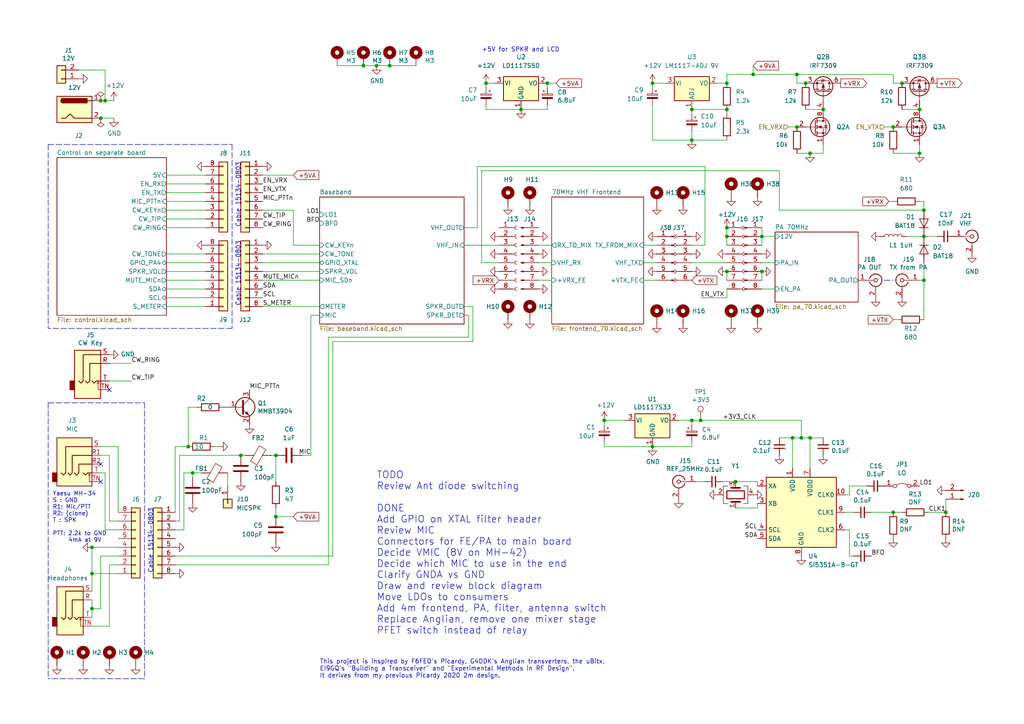
<source format=kicad_sch>
(kicad_sch (version 20211123) (generator eeschema)

  (uuid 7c83c304-769a-4be4-890e-297aba22b5b9)

  (paper "A4")

  (title_block
    (title "DART-70 TRX")
    (date "2023-02-02")
    (rev "0")
    (company "HB9EGM")
    (comment 1 "A 4m Band SSB/CW Transceiver")
  )

  

  (junction (at 220.98 78.74) (diameter 0) (color 0 0 0 0)
    (uuid 005c42c9-ce6f-4fd9-a16f-9cd5f000879f)
  )
  (junction (at 232.41 127) (diameter 0) (color 0 0 0 0)
    (uuid 03889bb0-530a-4f17-942f-47bdd8c2143b)
  )
  (junction (at 29.21 29.21) (diameter 0) (color 0 0 0 0)
    (uuid 0a082e3d-5a37-45bf-9936-1925b33d6b4f)
  )
  (junction (at 233.68 24.13) (diameter 0) (color 0 0 0 0)
    (uuid 0d713598-e0d7-4b64-806d-d27b5ae84128)
  )
  (junction (at 259.08 148.59) (diameter 0) (color 0 0 0 0)
    (uuid 11ea7b85-b26d-4a7d-aaed-956352284452)
  )
  (junction (at 109.22 19.05) (diameter 0) (color 0 0 0 0)
    (uuid 130d74aa-cfde-4c45-8bfe-183aacd4590f)
  )
  (junction (at 266.7 44.45) (diameter 0) (color 0 0 0 0)
    (uuid 1379c036-b3e0-455b-b639-0f5dd015d03b)
  )
  (junction (at 210.82 24.13) (diameter 0) (color 0 0 0 0)
    (uuid 13b9a948-b29a-4475-8f42-f20ed3ed1c6a)
  )
  (junction (at 200.66 121.92) (diameter 0) (color 0 0 0 0)
    (uuid 1c29ab88-8089-4a9f-b0ec-e0493fb70d1a)
  )
  (junction (at 30.48 29.21) (diameter 0) (color 0 0 0 0)
    (uuid 248900dc-9b0b-4fb0-8b44-20e56324d88d)
  )
  (junction (at 29.21 34.29) (diameter 0) (color 0 0 0 0)
    (uuid 2bb5e7ab-7e6e-4e4b-8997-824caea277e9)
  )
  (junction (at 231.14 36.83) (diameter 0) (color 0 0 0 0)
    (uuid 2c691037-8de1-4537-a0ef-41ed59613839)
  )
  (junction (at 200.66 31.75) (diameter 0) (color 0 0 0 0)
    (uuid 398ec90b-61af-4d36-9539-63397d126e21)
  )
  (junction (at 210.82 31.75) (diameter 0) (color 0 0 0 0)
    (uuid 4242ccf2-3c4d-4a22-8247-2311c54121ff)
  )
  (junction (at 267.97 68.58) (diameter 0) (color 0 0 0 0)
    (uuid 43df9b13-487d-4795-8053-4ad8b2cbb873)
  )
  (junction (at 231.14 21.59) (diameter 0) (color 0 0 0 0)
    (uuid 4750ee37-26c3-426a-a03a-0a50ee4de791)
  )
  (junction (at 105.41 19.05) (diameter 0) (color 0 0 0 0)
    (uuid 48d3528f-d200-4dbf-87c6-2835721afb0e)
  )
  (junction (at 26.67 158.75) (diameter 0) (color 0 0 0 0)
    (uuid 4909e963-8ed8-4cc7-a752-cf9a746ceb8a)
  )
  (junction (at 175.26 121.92) (diameter 0) (color 0 0 0 0)
    (uuid 547281cc-eb15-43de-9560-1b10e39a19ed)
  )
  (junction (at 238.76 31.75) (diameter 0) (color 0 0 0 0)
    (uuid 5591956a-807b-4208-83a4-6327422e118a)
  )
  (junction (at 54.61 129.54) (diameter 0) (color 0 0 0 0)
    (uuid 5cc7d9f6-bcf8-4ce3-a388-e95342b89483)
  )
  (junction (at 26.67 176.53) (diameter 0) (color 0 0 0 0)
    (uuid 6b9394bd-5e58-42ea-a9a4-f58e854aea5c)
  )
  (junction (at 210.82 66.04) (diameter 0) (color 0 0 0 0)
    (uuid 6cabc061-4801-4bc4-95d6-fb89e21621c8)
  )
  (junction (at 210.82 78.74) (diameter 0) (color 0 0 0 0)
    (uuid 730c3642-2478-4c7d-adc4-f5e287876837)
  )
  (junction (at 210.82 68.58) (diameter 0) (color 0 0 0 0)
    (uuid 73572437-b83a-4b19-9bc3-a6bb175f19b8)
  )
  (junction (at 234.95 127) (diameter 0) (color 0 0 0 0)
    (uuid 7e67c67f-3a1d-491c-a9ea-d2c0b71576e9)
  )
  (junction (at 259.08 36.83) (diameter 0) (color 0 0 0 0)
    (uuid 906f16af-3f1b-4545-bda0-18ebce89ce96)
  )
  (junction (at 140.97 24.13) (diameter 0) (color 0 0 0 0)
    (uuid 91bb5e66-90e9-4aff-b233-5b8d53e4ad1c)
  )
  (junction (at 26.67 166.37) (diameter 0) (color 0 0 0 0)
    (uuid 9fb2ca3c-8612-4c01-a40b-6e7e5895a1a0)
  )
  (junction (at 189.23 24.13) (diameter 0) (color 0 0 0 0)
    (uuid a01cdcc4-8ed1-4b36-8702-1b68481a60d9)
  )
  (junction (at 200.66 40.64) (diameter 0) (color 0 0 0 0)
    (uuid a13e5fb2-5800-4421-9e39-63277f01a71d)
  )
  (junction (at 203.2 121.92) (diameter 0) (color 0 0 0 0)
    (uuid a99cd17b-9938-46df-92bb-88378a42ecd6)
  )
  (junction (at 274.32 148.59) (diameter 0) (color 0 0 0 0)
    (uuid a9fed849-c0d2-45ff-802c-7da3e4c52c0a)
  )
  (junction (at 189.23 129.54) (diameter 0) (color 0 0 0 0)
    (uuid b0c265f7-c716-45d5-8397-630db4d2cf65)
  )
  (junction (at 218.44 21.59) (diameter 0) (color 0 0 0 0)
    (uuid b48c282b-d280-4718-bf3a-caf683cb767c)
  )
  (junction (at 234.95 44.45) (diameter 0) (color 0 0 0 0)
    (uuid d26d0a63-c69d-4774-9fba-12ed686b99f6)
  )
  (junction (at 113.03 19.05) (diameter 0) (color 0 0 0 0)
    (uuid d4b4dbc7-e763-47b2-a6cb-b5c021db8bcc)
  )
  (junction (at 55.88 137.16) (diameter 0) (color 0 0 0 0)
    (uuid d4c3f5bf-47cb-4030-92b0-bec21d62f389)
  )
  (junction (at 261.62 24.13) (diameter 0) (color 0 0 0 0)
    (uuid d531b677-92b2-4589-8265-ffb9f0a9f471)
  )
  (junction (at 69.85 132.08) (diameter 0) (color 0 0 0 0)
    (uuid d7ecc3d2-2b6e-4e36-92b9-1b58fb257359)
  )
  (junction (at 80.01 132.08) (diameter 0) (color 0 0 0 0)
    (uuid d9abc64c-b691-4ece-b128-4f1d7b31754f)
  )
  (junction (at 267.97 81.28) (diameter 0) (color 0 0 0 0)
    (uuid e2d3e851-e172-407b-bae2-5f89da65f833)
  )
  (junction (at 267.97 60.96) (diameter 0) (color 0 0 0 0)
    (uuid e3590ae0-4844-4150-a020-77e90c312b3c)
  )
  (junction (at 220.98 68.58) (diameter 0) (color 0 0 0 0)
    (uuid e4e1f9d9-3c4f-40b9-b469-d4aa31f8fa0b)
  )
  (junction (at 158.75 24.13) (diameter 0) (color 0 0 0 0)
    (uuid eb69835d-9be6-45e6-b58c-d2902ddb8fb1)
  )
  (junction (at 266.7 31.75) (diameter 0) (color 0 0 0 0)
    (uuid eeabe6f1-2db7-4eed-bd0c-6e41b390284d)
  )
  (junction (at 80.01 149.86) (diameter 0) (color 0 0 0 0)
    (uuid ef105c45-a454-45c2-badb-d87d915177ef)
  )
  (junction (at 229.87 127) (diameter 0) (color 0 0 0 0)
    (uuid f747ec33-420b-45bc-9778-b4604b083211)
  )
  (junction (at 151.13 31.75) (diameter 0) (color 0 0 0 0)
    (uuid f74be2ca-c140-4c85-937a-a008e4f4ddb7)
  )
  (junction (at 213.36 139.7) (diameter 0) (color 0 0 0 0)
    (uuid f8c9e2c3-818f-482b-ad48-f9fb56a455b0)
  )

  (no_connect (at 29.21 139.7) (uuid 891b06d0-7775-40c2-8d16-5452402b91d5))
  (no_connect (at 31.75 113.03) (uuid 9e56fb84-5b0b-47eb-9ee7-e24e7c08829b))
  (no_connect (at 29.21 134.62) (uuid b2135387-8c57-44ac-8ab3-29b54b43f871))

  (polyline (pts (xy 256.54 81.28) (xy 259.08 81.28))
    (stroke (width 0) (type default) (color 0 0 0 0))
    (uuid 0001e022-bec2-4d62-9a4d-7f842d1f79be)
  )

  (wire (pts (xy 29.21 34.29) (xy 33.02 34.29))
    (stroke (width 0) (type default) (color 0 0 0 0))
    (uuid 002154dd-fd21-426e-8f51-d82382197384)
  )
  (wire (pts (xy 80.01 132.08) (xy 80.01 139.7))
    (stroke (width 0) (type default) (color 0 0 0 0))
    (uuid 008a59ee-36fb-4f36-a8b0-5cc99b1e8598)
  )
  (wire (pts (xy 220.98 68.58) (xy 224.79 68.58))
    (stroke (width 0) (type default) (color 0 0 0 0))
    (uuid 01ac92ba-5cd1-46c2-8ba4-cce3dbf5bdfe)
  )
  (wire (pts (xy 76.2 76.2) (xy 92.71 76.2))
    (stroke (width 0) (type default) (color 0 0 0 0))
    (uuid 0444269c-f636-4979-a74f-a6f628f157d3)
  )
  (wire (pts (xy 210.82 78.74) (xy 210.82 81.28))
    (stroke (width 0) (type default) (color 0 0 0 0))
    (uuid 05e27b42-85aa-4ba7-87a0-11182daa623a)
  )
  (wire (pts (xy 246.38 143.51) (xy 245.11 143.51))
    (stroke (width 0) (type default) (color 0 0 0 0))
    (uuid 05f6334e-7131-4999-b788-1681af60d6df)
  )
  (wire (pts (xy 218.44 21.59) (xy 210.82 21.59))
    (stroke (width 0) (type default) (color 0 0 0 0))
    (uuid 09d1af20-c357-48ec-a10f-915c880f15b6)
  )
  (wire (pts (xy 158.75 24.13) (xy 158.75 25.4))
    (stroke (width 0) (type default) (color 0 0 0 0))
    (uuid 09fbb099-19ff-4c9e-b717-ff9eedac992b)
  )
  (wire (pts (xy 140.97 30.48) (xy 140.97 31.75))
    (stroke (width 0) (type default) (color 0 0 0 0))
    (uuid 0a3a19af-7bfa-4df3-9b73-b98420c4a518)
  )
  (wire (pts (xy 105.41 19.05) (xy 109.22 19.05))
    (stroke (width 0) (type default) (color 0 0 0 0))
    (uuid 0aad0e8d-0747-412b-85ac-039bbac4ff5e)
  )
  (wire (pts (xy 266.7 41.91) (xy 266.7 44.45))
    (stroke (width 0) (type default) (color 0 0 0 0))
    (uuid 0b3a2a48-0270-494e-962a-3658a00a0875)
  )
  (wire (pts (xy 232.41 127) (xy 234.95 127))
    (stroke (width 0) (type default) (color 0 0 0 0))
    (uuid 0dd7a947-881a-4477-b1f8-b88536ca8809)
  )
  (wire (pts (xy 48.26 76.2) (xy 59.69 76.2))
    (stroke (width 0) (type default) (color 0 0 0 0))
    (uuid 11114267-0a22-4468-9ba9-2433a5bea9a9)
  )
  (wire (pts (xy 175.26 121.92) (xy 175.26 123.19))
    (stroke (width 0) (type default) (color 0 0 0 0))
    (uuid 11b5652b-07d3-428f-98d5-c354cf3693b1)
  )
  (wire (pts (xy 267.97 58.42) (xy 266.7 58.42))
    (stroke (width 0) (type default) (color 0 0 0 0))
    (uuid 1365db47-3e50-475d-8b7e-e1db17b616fc)
  )
  (wire (pts (xy 140.97 31.75) (xy 151.13 31.75))
    (stroke (width 0) (type default) (color 0 0 0 0))
    (uuid 160e3a4c-588b-4e79-ac75-f98bf80b7e0b)
  )
  (wire (pts (xy 85.09 50.8) (xy 76.2 50.8))
    (stroke (width 0) (type default) (color 0 0 0 0))
    (uuid 16f4aa89-10b3-4c19-aee2-b110182c6854)
  )
  (wire (pts (xy 200.66 121.92) (xy 203.2 121.92))
    (stroke (width 0) (type default) (color 0 0 0 0))
    (uuid 17ba5b19-2b5b-474e-9c14-1c7d35991587)
  )
  (wire (pts (xy 210.82 31.75) (xy 210.82 33.02))
    (stroke (width 0) (type default) (color 0 0 0 0))
    (uuid 17fc291b-23f9-4de7-9168-978b13dcd03c)
  )
  (wire (pts (xy 50.8 148.59) (xy 50.8 129.54))
    (stroke (width 0) (type default) (color 0 0 0 0))
    (uuid 181facd7-c73d-4cb5-8e0f-0267ca40cf15)
  )
  (wire (pts (xy 53.34 153.67) (xy 53.34 137.16))
    (stroke (width 0) (type default) (color 0 0 0 0))
    (uuid 1869a25a-7405-4101-9da6-55f7c1e87e39)
  )
  (wire (pts (xy 220.98 83.82) (xy 224.79 83.82))
    (stroke (width 0) (type default) (color 0 0 0 0))
    (uuid 19a6b424-c553-4be2-9c2f-6b5d041d6f35)
  )
  (wire (pts (xy 26.67 166.37) (xy 34.29 166.37))
    (stroke (width 0) (type default) (color 0 0 0 0))
    (uuid 1bcf4a11-4c4f-42b8-9e84-ad79d97ffe8f)
  )
  (wire (pts (xy 48.26 88.9) (xy 59.69 88.9))
    (stroke (width 0) (type default) (color 0 0 0 0))
    (uuid 1de35109-2490-47e3-8be5-ab22f13c6848)
  )
  (wire (pts (xy 48.26 50.8) (xy 59.69 50.8))
    (stroke (width 0) (type default) (color 0 0 0 0))
    (uuid 1ef50cec-8701-41c9-a796-aac175c3bcb1)
  )
  (wire (pts (xy 193.04 24.13) (xy 189.23 24.13))
    (stroke (width 0) (type default) (color 0 0 0 0))
    (uuid 2199bdfc-0462-4363-af5e-16d8e19d600a)
  )
  (wire (pts (xy 95.25 97.79) (xy 95.25 163.83))
    (stroke (width 0) (type default) (color 0 0 0 0))
    (uuid 227082fc-081f-46f9-b11d-3c272a90673e)
  )
  (wire (pts (xy 210.82 68.58) (xy 210.82 66.04))
    (stroke (width 0) (type default) (color 0 0 0 0))
    (uuid 22dcd381-de7e-4770-b1fc-5b1585b1e01c)
  )
  (polyline (pts (xy 13.97 116.84) (xy 41.91 116.84))
    (stroke (width 0) (type default) (color 0 0 0 0))
    (uuid 246d8c70-0329-4f4d-9351-49df120458af)
  )

  (wire (pts (xy 175.26 121.92) (xy 181.61 121.92))
    (stroke (width 0) (type default) (color 0 0 0 0))
    (uuid 28eca374-9b5c-4480-a1a6-52ddcbb57db2)
  )
  (wire (pts (xy 245.11 148.59) (xy 247.65 148.59))
    (stroke (width 0) (type default) (color 0 0 0 0))
    (uuid 2a86319a-5a94-4745-ad80-6b5c02f72e82)
  )
  (polyline (pts (xy 67.31 41.91) (xy 67.31 95.25))
    (stroke (width 0) (type default) (color 0 0 0 0))
    (uuid 2df6f517-3da3-4761-bd39-ad71c01eb424)
  )

  (wire (pts (xy 210.82 86.36) (xy 210.82 83.82))
    (stroke (width 0) (type default) (color 0 0 0 0))
    (uuid 2e8990ed-fee4-46e0-a5d6-572eb84d7bbe)
  )
  (wire (pts (xy 158.75 24.13) (xy 161.29 24.13))
    (stroke (width 0) (type default) (color 0 0 0 0))
    (uuid 2ea38bc3-7d3b-428e-a271-404ee98e752b)
  )
  (wire (pts (xy 135.89 91.44) (xy 135.89 97.79))
    (stroke (width 0) (type default) (color 0 0 0 0))
    (uuid 2f9b686c-0a8f-432b-9e90-c788e62691c6)
  )
  (wire (pts (xy 267.97 81.28) (xy 267.97 92.71))
    (stroke (width 0) (type default) (color 0 0 0 0))
    (uuid 2fc55029-8596-42f8-a5b7-345105f5a387)
  )
  (wire (pts (xy 76.2 88.9) (xy 92.71 88.9))
    (stroke (width 0) (type default) (color 0 0 0 0))
    (uuid 311d4ef9-a0ea-4e8e-b65b-70e91af2608e)
  )
  (wire (pts (xy 200.66 40.64) (xy 210.82 40.64))
    (stroke (width 0) (type default) (color 0 0 0 0))
    (uuid 33f01d9a-6abc-40a9-9b6b-d34bddbf731f)
  )
  (wire (pts (xy 256.54 36.83) (xy 259.08 36.83))
    (stroke (width 0) (type default) (color 0 0 0 0))
    (uuid 345987da-5aa5-4c5e-90e1-ddf0086ed5fb)
  )
  (wire (pts (xy 50.8 161.29) (xy 96.52 161.29))
    (stroke (width 0) (type default) (color 0 0 0 0))
    (uuid 361f9eaf-2e29-4825-b35a-439064c6d2db)
  )
  (wire (pts (xy 139.7 76.2) (xy 144.78 76.2))
    (stroke (width 0) (type default) (color 0 0 0 0))
    (uuid 3a4811bf-b539-4978-b0d8-fe47f179161b)
  )
  (wire (pts (xy 262.89 68.58) (xy 267.97 68.58))
    (stroke (width 0) (type default) (color 0 0 0 0))
    (uuid 3eb66799-e8b0-416b-a9e5-17fd18188e1b)
  )
  (wire (pts (xy 134.62 66.04) (xy 138.43 66.04))
    (stroke (width 0) (type default) (color 0 0 0 0))
    (uuid 3ee41aac-558c-43a3-a816-e31001ae8352)
  )
  (wire (pts (xy 48.26 53.34) (xy 59.69 53.34))
    (stroke (width 0) (type default) (color 0 0 0 0))
    (uuid 3f726201-a2b0-494c-bb67-0bed26cc560f)
  )
  (wire (pts (xy 34.29 158.75) (xy 26.67 158.75))
    (stroke (width 0) (type default) (color 0 0 0 0))
    (uuid 4112aabb-0408-4a3a-9841-f57862637df1)
  )
  (wire (pts (xy 203.2 121.92) (xy 232.41 121.92))
    (stroke (width 0) (type default) (color 0 0 0 0))
    (uuid 4352329b-0bea-46d5-b530-75bbd8a0b1ef)
  )
  (wire (pts (xy 158.75 31.75) (xy 151.13 31.75))
    (stroke (width 0) (type default) (color 0 0 0 0))
    (uuid 443127ca-ab31-4ac0-90cc-723625487807)
  )
  (wire (pts (xy 208.28 24.13) (xy 210.82 24.13))
    (stroke (width 0) (type default) (color 0 0 0 0))
    (uuid 4435e8ff-b63e-4b32-81db-49caa0dd6c5f)
  )
  (wire (pts (xy 48.26 55.88) (xy 59.69 55.88))
    (stroke (width 0) (type default) (color 0 0 0 0))
    (uuid 475d7116-2e26-4a72-942e-766ab472ca0d)
  )
  (polyline (pts (xy 41.91 116.84) (xy 41.91 196.85))
    (stroke (width 0) (type default) (color 0 0 0 0))
    (uuid 4b105a5f-5ed5-49ae-8bb9-f1d8c5566b50)
  )

  (wire (pts (xy 135.89 97.79) (xy 95.25 97.79))
    (stroke (width 0) (type default) (color 0 0 0 0))
    (uuid 4c2ca5f1-ff49-468e-a870-b80100e1827e)
  )
  (wire (pts (xy 210.82 21.59) (xy 210.82 24.13))
    (stroke (width 0) (type default) (color 0 0 0 0))
    (uuid 4c57c394-f97c-4a0b-80d4-0b5157781c3b)
  )
  (wire (pts (xy 261.62 31.75) (xy 266.7 31.75))
    (stroke (width 0) (type default) (color 0 0 0 0))
    (uuid 4d5acc98-17ff-4e60-af52-349a1269dddf)
  )
  (wire (pts (xy 139.7 49.53) (xy 139.7 76.2))
    (stroke (width 0) (type default) (color 0 0 0 0))
    (uuid 4ecfe5c5-d7fc-4d05-be28-1ed42c507ec3)
  )
  (wire (pts (xy 229.87 127) (xy 232.41 127))
    (stroke (width 0) (type default) (color 0 0 0 0))
    (uuid 5130484e-13a2-434f-935d-3be30d7a93c9)
  )
  (wire (pts (xy 220.98 66.04) (xy 220.98 68.58))
    (stroke (width 0) (type default) (color 0 0 0 0))
    (uuid 51ff27b9-f9f9-45f2-b9f3-2b930513405d)
  )
  (wire (pts (xy 156.21 81.28) (xy 160.02 81.28))
    (stroke (width 0) (type default) (color 0 0 0 0))
    (uuid 52d9d6dd-4266-418b-bf9a-446977053e6f)
  )
  (wire (pts (xy 29.21 161.29) (xy 29.21 176.53))
    (stroke (width 0) (type default) (color 0 0 0 0))
    (uuid 53bb37bd-6ad6-430f-b5e5-21e40448d528)
  )
  (wire (pts (xy 266.7 81.28) (xy 267.97 81.28))
    (stroke (width 0) (type default) (color 0 0 0 0))
    (uuid 566a1dfd-871f-4bc8-98fc-32631eb16c5b)
  )
  (wire (pts (xy 29.21 176.53) (xy 26.67 176.53))
    (stroke (width 0) (type default) (color 0 0 0 0))
    (uuid 568b5dd5-7629-4c3d-9388-eaa54c2762b1)
  )
  (wire (pts (xy 48.26 78.74) (xy 59.69 78.74))
    (stroke (width 0) (type default) (color 0 0 0 0))
    (uuid 56cb3f92-2c0e-42ee-84b9-de64810b5c8d)
  )
  (wire (pts (xy 97.79 19.05) (xy 105.41 19.05))
    (stroke (width 0) (type default) (color 0 0 0 0))
    (uuid 579d81c4-8fa6-40d5-b99a-d160787b45b9)
  )
  (wire (pts (xy 50.8 153.67) (xy 53.34 153.67))
    (stroke (width 0) (type default) (color 0 0 0 0))
    (uuid 58e4fb93-6235-473b-af92-bf79be065bda)
  )
  (wire (pts (xy 29.21 132.08) (xy 31.75 132.08))
    (stroke (width 0) (type default) (color 0 0 0 0))
    (uuid 59af70e6-5e6f-4213-8799-5a44b525739b)
  )
  (wire (pts (xy 204.47 48.26) (xy 204.47 71.12))
    (stroke (width 0) (type default) (color 0 0 0 0))
    (uuid 5a05460d-15bc-4058-86e6-a6bff5598db7)
  )
  (wire (pts (xy 218.44 19.05) (xy 218.44 21.59))
    (stroke (width 0) (type default) (color 0 0 0 0))
    (uuid 5afca071-0542-406b-83f5-f8ed30e05c4c)
  )
  (wire (pts (xy 138.43 48.26) (xy 204.47 48.26))
    (stroke (width 0) (type default) (color 0 0 0 0))
    (uuid 5c0ae8f2-fb0b-4cbf-bd78-f6131c18140d)
  )
  (wire (pts (xy 134.62 91.44) (xy 135.89 91.44))
    (stroke (width 0) (type default) (color 0 0 0 0))
    (uuid 5c0d735a-ca1c-4202-8faf-02e515d1181f)
  )
  (wire (pts (xy 76.2 78.74) (xy 92.71 78.74))
    (stroke (width 0) (type default) (color 0 0 0 0))
    (uuid 5cd8bda4-22ef-4084-8249-44fe15f1fc0e)
  )
  (wire (pts (xy 259.08 21.59) (xy 231.14 21.59))
    (stroke (width 0) (type default) (color 0 0 0 0))
    (uuid 5ea05504-bb96-4847-90cf-26cb1afd4244)
  )
  (wire (pts (xy 66.04 137.16) (xy 66.04 140.97))
    (stroke (width 0) (type default) (color 0 0 0 0))
    (uuid 601c5479-68c8-4d7c-bbde-860bd11a7597)
  )
  (wire (pts (xy 31.75 151.13) (xy 34.29 151.13))
    (stroke (width 0) (type default) (color 0 0 0 0))
    (uuid 6123b0cd-d677-4963-a353-8d6b35692422)
  )
  (polyline (pts (xy 41.91 196.85) (xy 13.97 196.85))
    (stroke (width 0) (type default) (color 0 0 0 0))
    (uuid 6188cf07-9c8d-498a-9db9-9718888dfe39)
  )

  (wire (pts (xy 251.46 140.97) (xy 246.38 140.97))
    (stroke (width 0) (type default) (color 0 0 0 0))
    (uuid 64e90390-0f4c-4cc1-bafa-363ce23516e9)
  )
  (wire (pts (xy 246.38 161.29) (xy 246.38 153.67))
    (stroke (width 0) (type default) (color 0 0 0 0))
    (uuid 65dd0601-a23d-4c5d-b924-966fc498cbfc)
  )
  (wire (pts (xy 259.08 92.71) (xy 260.35 92.71))
    (stroke (width 0) (type default) (color 0 0 0 0))
    (uuid 65fd1318-4897-4656-baf4-cc1aa4efc50e)
  )
  (wire (pts (xy 137.16 99.06) (xy 96.52 99.06))
    (stroke (width 0) (type default) (color 0 0 0 0))
    (uuid 67fd3f09-ff5e-4560-b9cb-23649083a340)
  )
  (wire (pts (xy 238.76 44.45) (xy 234.95 44.45))
    (stroke (width 0) (type default) (color 0 0 0 0))
    (uuid 67fd7240-7a2e-4504-8c70-47b3112c634e)
  )
  (wire (pts (xy 26.67 166.37) (xy 26.67 171.45))
    (stroke (width 0) (type default) (color 0 0 0 0))
    (uuid 696f862b-a951-463f-ad29-011c067090d6)
  )
  (wire (pts (xy 246.38 153.67) (xy 245.11 153.67))
    (stroke (width 0) (type default) (color 0 0 0 0))
    (uuid 699bee8c-8bc3-4aa6-b4ed-0aa4d255078a)
  )
  (wire (pts (xy 226.06 60.96) (xy 267.97 60.96))
    (stroke (width 0) (type default) (color 0 0 0 0))
    (uuid 6a35e12d-60aa-4a5e-b415-45f38cce26f9)
  )
  (wire (pts (xy 234.95 127) (xy 234.95 135.89))
    (stroke (width 0) (type default) (color 0 0 0 0))
    (uuid 6b09c60c-c53b-47dd-b8b8-94f682cd2086)
  )
  (wire (pts (xy 48.26 81.28) (xy 59.69 81.28))
    (stroke (width 0) (type default) (color 0 0 0 0))
    (uuid 6c2583d2-6254-4856-a6b8-160d5f6a3f99)
  )
  (wire (pts (xy 50.8 151.13) (xy 52.07 151.13))
    (stroke (width 0) (type default) (color 0 0 0 0))
    (uuid 6cc72bfd-2651-4e90-af42-5d6cec3950c1)
  )
  (wire (pts (xy 26.67 173.99) (xy 26.67 176.53))
    (stroke (width 0) (type default) (color 0 0 0 0))
    (uuid 7019dafb-64b4-4e22-837e-9f37341a0157)
  )
  (wire (pts (xy 210.82 71.12) (xy 210.82 68.58))
    (stroke (width 0) (type default) (color 0 0 0 0))
    (uuid 71e59ea6-1d95-41dd-aaff-b947e8d6629b)
  )
  (wire (pts (xy 55.88 137.16) (xy 58.42 137.16))
    (stroke (width 0) (type default) (color 0 0 0 0))
    (uuid 735e33ba-0601-4acb-983d-1656020ec14e)
  )
  (wire (pts (xy 259.08 24.13) (xy 261.62 24.13))
    (stroke (width 0) (type default) (color 0 0 0 0))
    (uuid 73697aae-1f79-401a-bdaa-9ebc2f2340de)
  )
  (wire (pts (xy 140.97 24.13) (xy 140.97 25.4))
    (stroke (width 0) (type default) (color 0 0 0 0))
    (uuid 7471700d-9a5d-406e-b9fc-bdeed49379fa)
  )
  (wire (pts (xy 30.48 29.21) (xy 33.02 29.21))
    (stroke (width 0) (type default) (color 0 0 0 0))
    (uuid 74760d5b-303c-4603-ac2e-6b5209546581)
  )
  (polyline (pts (xy 13.97 116.84) (xy 13.97 196.85))
    (stroke (width 0) (type default) (color 0 0 0 0))
    (uuid 74e37401-14d3-4e3c-84ed-7ddb4d75b44f)
  )

  (wire (pts (xy 29.21 129.54) (xy 34.29 129.54))
    (stroke (width 0) (type default) (color 0 0 0 0))
    (uuid 754f923b-5aa7-4d87-b589-d53346af6023)
  )
  (wire (pts (xy 156.21 76.2) (xy 160.02 76.2))
    (stroke (width 0) (type default) (color 0 0 0 0))
    (uuid 7887f659-7796-4d20-b8ec-45fe37db4d3b)
  )
  (wire (pts (xy 22.86 20.32) (xy 30.48 20.32))
    (stroke (width 0) (type default) (color 0 0 0 0))
    (uuid 79aced1b-30d4-4883-86bf-8a38d664736a)
  )
  (wire (pts (xy 134.62 71.12) (xy 144.78 71.12))
    (stroke (width 0) (type default) (color 0 0 0 0))
    (uuid 7b959fed-4370-4448-9d17-fbc4f5703c60)
  )
  (wire (pts (xy 252.73 148.59) (xy 259.08 148.59))
    (stroke (width 0) (type default) (color 0 0 0 0))
    (uuid 7d4200e5-e280-4699-af56-048ba84247d3)
  )
  (wire (pts (xy 71.12 132.08) (xy 69.85 132.08))
    (stroke (width 0) (type default) (color 0 0 0 0))
    (uuid 7fcd6903-4017-464e-a708-1e51b67dd39f)
  )
  (wire (pts (xy 26.67 158.75) (xy 26.67 166.37))
    (stroke (width 0) (type default) (color 0 0 0 0))
    (uuid 80203512-93fd-487a-a00c-1916502463c3)
  )
  (wire (pts (xy 259.08 58.42) (xy 257.81 58.42))
    (stroke (width 0) (type default) (color 0 0 0 0))
    (uuid 8025fc94-e615-4b56-8bf2-4787b89136f5)
  )
  (wire (pts (xy 137.16 88.9) (xy 137.16 99.06))
    (stroke (width 0) (type default) (color 0 0 0 0))
    (uuid 812f91c0-f736-4383-bfee-2790347c3abf)
  )
  (wire (pts (xy 80.01 149.86) (xy 85.09 149.86))
    (stroke (width 0) (type default) (color 0 0 0 0))
    (uuid 816e41e9-8ef8-4e70-a70f-02175bdc97c4)
  )
  (polyline (pts (xy 13.97 41.91) (xy 13.97 95.25))
    (stroke (width 0) (type default) (color 0 0 0 0))
    (uuid 834eed63-98bc-4692-be8a-6868d5c838d4)
  )

  (wire (pts (xy 48.26 66.04) (xy 59.69 66.04))
    (stroke (width 0) (type default) (color 0 0 0 0))
    (uuid 836458d9-8a3b-4d53-aaf1-9cc6ec2305f2)
  )
  (wire (pts (xy 234.95 44.45) (xy 231.14 44.45))
    (stroke (width 0) (type default) (color 0 0 0 0))
    (uuid 86c60f4b-4421-4865-beff-ed93adca8ac2)
  )
  (wire (pts (xy 186.69 76.2) (xy 190.5 76.2))
    (stroke (width 0) (type default) (color 0 0 0 0))
    (uuid 89f5cd17-8501-4243-bc98-0e8a1aab3a95)
  )
  (wire (pts (xy 34.29 129.54) (xy 34.29 148.59))
    (stroke (width 0) (type default) (color 0 0 0 0))
    (uuid 8b36f37f-a068-4636-8967-22103b343d70)
  )
  (wire (pts (xy 76.2 81.28) (xy 92.71 81.28))
    (stroke (width 0) (type default) (color 0 0 0 0))
    (uuid 8b38ff0f-fed5-4ee4-8847-6ec4f4b389a9)
  )
  (wire (pts (xy 48.26 86.36) (xy 59.69 86.36))
    (stroke (width 0) (type default) (color 0 0 0 0))
    (uuid 8c8438c2-dfb5-4131-857c-1ad8997220ea)
  )
  (wire (pts (xy 247.65 161.29) (xy 246.38 161.29))
    (stroke (width 0) (type default) (color 0 0 0 0))
    (uuid 8e0abe23-8e7e-48a9-af11-f26197bd8fbf)
  )
  (wire (pts (xy 189.23 30.48) (xy 189.23 40.64))
    (stroke (width 0) (type default) (color 0 0 0 0))
    (uuid 8f5c2a3a-b2da-434e-8810-9da52a5e413a)
  )
  (wire (pts (xy 134.62 88.9) (xy 137.16 88.9))
    (stroke (width 0) (type default) (color 0 0 0 0))
    (uuid 906c4fbb-4fdd-48c5-aa07-85c56299e46a)
  )
  (wire (pts (xy 80.01 147.32) (xy 80.01 149.86))
    (stroke (width 0) (type default) (color 0 0 0 0))
    (uuid 91c438b1-678d-4a85-be0e-771bfbc58931)
  )
  (wire (pts (xy 233.68 31.75) (xy 238.76 31.75))
    (stroke (width 0) (type default) (color 0 0 0 0))
    (uuid 92dfb53a-5556-47b1-8088-214aebbc803d)
  )
  (wire (pts (xy 92.71 91.44) (xy 90.17 91.44))
    (stroke (width 0) (type default) (color 0 0 0 0))
    (uuid 935427ba-97bd-4319-b38c-51b473619c8a)
  )
  (wire (pts (xy 158.75 30.48) (xy 158.75 31.75))
    (stroke (width 0) (type default) (color 0 0 0 0))
    (uuid 96e30a9c-78b6-4d1a-bc72-6cbdc7743876)
  )
  (wire (pts (xy 90.17 91.44) (xy 90.17 132.08))
    (stroke (width 0) (type default) (color 0 0 0 0))
    (uuid 9792cf44-3261-4d9f-8ae0-31fdeec0dc70)
  )
  (wire (pts (xy 31.75 151.13) (xy 31.75 132.08))
    (stroke (width 0) (type default) (color 0 0 0 0))
    (uuid 98ea83ac-41c6-4b7d-be63-41372bbd6e24)
  )
  (wire (pts (xy 175.26 128.27) (xy 175.26 129.54))
    (stroke (width 0) (type default) (color 0 0 0 0))
    (uuid 99f8394d-1325-4f0e-9ed0-19dceab6e1f9)
  )
  (wire (pts (xy 52.07 132.08) (xy 69.85 132.08))
    (stroke (width 0) (type default) (color 0 0 0 0))
    (uuid 9c3d736f-f850-40b5-83bf-bf71ce2d8e7c)
  )
  (wire (pts (xy 96.52 99.06) (xy 96.52 161.29))
    (stroke (width 0) (type default) (color 0 0 0 0))
    (uuid 9c4c0112-7564-4034-996a-b0e56c2141a6)
  )
  (wire (pts (xy 186.69 71.12) (xy 190.5 71.12))
    (stroke (width 0) (type default) (color 0 0 0 0))
    (uuid 9d00ede8-7480-44d8-b21e-d16dd17b75ac)
  )
  (wire (pts (xy 238.76 127) (xy 234.95 127))
    (stroke (width 0) (type default) (color 0 0 0 0))
    (uuid 9d3a7a2b-8bae-4d82-8634-16a99f57e389)
  )
  (wire (pts (xy 228.6 36.83) (xy 231.14 36.83))
    (stroke (width 0) (type default) (color 0 0 0 0))
    (uuid a057c374-c462-4764-bd16-2c00eef92afa)
  )
  (wire (pts (xy 31.75 105.41) (xy 38.1 105.41))
    (stroke (width 0) (type default) (color 0 0 0 0))
    (uuid a1abde39-78d5-402d-bb1c-75243c61d29b)
  )
  (wire (pts (xy 48.26 58.42) (xy 59.69 58.42))
    (stroke (width 0) (type default) (color 0 0 0 0))
    (uuid a2c10dec-c0b0-471a-b75e-c1a8452900c1)
  )
  (wire (pts (xy 232.41 121.92) (xy 232.41 127))
    (stroke (width 0) (type default) (color 0 0 0 0))
    (uuid a39008b0-0dd6-44dc-b176-ab03b6874ae7)
  )
  (wire (pts (xy 220.98 68.58) (xy 220.98 71.12))
    (stroke (width 0) (type default) (color 0 0 0 0))
    (uuid a40b6a6f-dc57-45f8-9beb-e6dbac2dd670)
  )
  (wire (pts (xy 78.74 132.08) (xy 80.01 132.08))
    (stroke (width 0) (type default) (color 0 0 0 0))
    (uuid a5f4f26e-4b82-496f-b7bb-4ed4211f8100)
  )
  (wire (pts (xy 175.26 129.54) (xy 189.23 129.54))
    (stroke (width 0) (type default) (color 0 0 0 0))
    (uuid a69bb6f5-978b-49bb-9446-4ec9cfe4501e)
  )
  (wire (pts (xy 259.08 21.59) (xy 259.08 24.13))
    (stroke (width 0) (type default) (color 0 0 0 0))
    (uuid a7349b87-3477-4ba5-bc62-3587f94ab817)
  )
  (wire (pts (xy 267.97 58.42) (xy 267.97 60.96))
    (stroke (width 0) (type default) (color 0 0 0 0))
    (uuid a8465ca8-68f9-4eee-904b-5bbfa483a6ff)
  )
  (wire (pts (xy 55.88 138.43) (xy 55.88 137.16))
    (stroke (width 0) (type default) (color 0 0 0 0))
    (uuid a8d341ec-3332-4d82-8a1f-e52e32f564f1)
  )
  (wire (pts (xy 53.34 137.16) (xy 55.88 137.16))
    (stroke (width 0) (type default) (color 0 0 0 0))
    (uuid a9276ad3-2500-44c6-895a-e842a0033021)
  )
  (wire (pts (xy 30.48 153.67) (xy 30.48 137.16))
    (stroke (width 0) (type default) (color 0 0 0 0))
    (uuid a99a526a-0727-4d5d-b793-47c299fd72ba)
  )
  (wire (pts (xy 48.26 83.82) (xy 59.69 83.82))
    (stroke (width 0) (type default) (color 0 0 0 0))
    (uuid ac0ae1b6-d482-4675-aec8-4c2f8c7318db)
  )
  (wire (pts (xy 138.43 66.04) (xy 138.43 48.26))
    (stroke (width 0) (type default) (color 0 0 0 0))
    (uuid ad195d4d-ed76-4a26-ac30-01da417bd64b)
  )
  (wire (pts (xy 231.14 21.59) (xy 218.44 21.59))
    (stroke (width 0) (type default) (color 0 0 0 0))
    (uuid ad76707e-1f2e-4941-86a0-50951acd24bc)
  )
  (wire (pts (xy 189.23 40.64) (xy 200.66 40.64))
    (stroke (width 0) (type default) (color 0 0 0 0))
    (uuid aed0a299-8aa6-4a50-b993-c38efe5fdd7a)
  )
  (wire (pts (xy 203.2 86.36) (xy 210.82 86.36))
    (stroke (width 0) (type default) (color 0 0 0 0))
    (uuid b056317e-32ca-4f2d-b310-fc1492cc5060)
  )
  (wire (pts (xy 189.23 24.13) (xy 189.23 25.4))
    (stroke (width 0) (type default) (color 0 0 0 0))
    (uuid b1ea2466-2371-4b96-9289-6c42e0f0b899)
  )
  (wire (pts (xy 52.07 151.13) (xy 52.07 132.08))
    (stroke (width 0) (type default) (color 0 0 0 0))
    (uuid b32653e4-7801-40ea-b61b-f0311c01d3b4)
  )
  (polyline (pts (xy 13.97 41.91) (xy 67.31 41.91))
    (stroke (width 0) (type default) (color 0 0 0 0))
    (uuid b3f67849-c79e-4262-b803-d461d1887604)
  )
  (polyline (pts (xy 67.31 95.25) (xy 13.97 95.25))
    (stroke (width 0) (type default) (color 0 0 0 0))
    (uuid b415a656-e3e5-4629-aa6c-6a23a847c576)
  )

  (wire (pts (xy 266.7 44.45) (xy 259.08 44.45))
    (stroke (width 0) (type default) (color 0 0 0 0))
    (uuid b5cbe891-dcdf-4951-8f0a-b2c28e4293cd)
  )
  (wire (pts (xy 48.26 63.5) (xy 59.69 63.5))
    (stroke (width 0) (type default) (color 0 0 0 0))
    (uuid bb13b6c6-7b88-4971-969d-518c0a6e43cc)
  )
  (wire (pts (xy 231.14 24.13) (xy 233.68 24.13))
    (stroke (width 0) (type default) (color 0 0 0 0))
    (uuid bb78f99c-6783-4afe-a661-68817d4180ab)
  )
  (wire (pts (xy 246.38 140.97) (xy 246.38 143.51))
    (stroke (width 0) (type default) (color 0 0 0 0))
    (uuid bcb20d96-4c0e-4c98-a263-0cdd41ab15e5)
  )
  (wire (pts (xy 200.66 38.1) (xy 200.66 40.64))
    (stroke (width 0) (type default) (color 0 0 0 0))
    (uuid bda7a16e-b931-4d51-b769-ff5809beef5f)
  )
  (wire (pts (xy 48.26 60.96) (xy 59.69 60.96))
    (stroke (width 0) (type default) (color 0 0 0 0))
    (uuid bfce1213-d511-4811-bc9d-beb994b8b9fe)
  )
  (wire (pts (xy 31.75 163.83) (xy 31.75 181.61))
    (stroke (width 0) (type default) (color 0 0 0 0))
    (uuid c0738ee3-5ef6-48be-9a20-f10b8cdc3a6d)
  )
  (wire (pts (xy 34.29 161.29) (xy 29.21 161.29))
    (stroke (width 0) (type default) (color 0 0 0 0))
    (uuid c12b5903-2f75-49c3-8332-69e02fb1aff7)
  )
  (wire (pts (xy 229.87 127) (xy 229.87 135.89))
    (stroke (width 0) (type default) (color 0 0 0 0))
    (uuid c24d03f2-5bff-4d74-88e5-481cd2f1e035)
  )
  (wire (pts (xy 274.32 148.59) (xy 274.32 144.78))
    (stroke (width 0) (type default) (color 0 0 0 0))
    (uuid c48e879f-0b64-4f86-a8cf-003dbff29c4e)
  )
  (wire (pts (xy 226.06 49.53) (xy 226.06 60.96))
    (stroke (width 0) (type default) (color 0 0 0 0))
    (uuid c4edda47-532d-4e95-9fc8-38bd0ed58dfb)
  )
  (wire (pts (xy 186.69 81.28) (xy 190.5 81.28))
    (stroke (width 0) (type default) (color 0 0 0 0))
    (uuid c64a6907-65ea-4d9f-8271-b12257b06b60)
  )
  (wire (pts (xy 76.2 73.66) (xy 92.71 73.66))
    (stroke (width 0) (type default) (color 0 0 0 0))
    (uuid cb987807-5979-49b5-8522-334a69d0b59b)
  )
  (wire (pts (xy 261.62 148.59) (xy 259.08 148.59))
    (stroke (width 0) (type default) (color 0 0 0 0))
    (uuid cbbfb5e5-7e85-4367-b6a7-9b21fc6d9e17)
  )
  (wire (pts (xy 139.7 49.53) (xy 226.06 49.53))
    (stroke (width 0) (type default) (color 0 0 0 0))
    (uuid cbd19eae-411c-4ba9-9265-3a6ab1b93364)
  )
  (wire (pts (xy 213.36 147.32) (xy 219.71 147.32))
    (stroke (width 0) (type default) (color 0 0 0 0))
    (uuid cc89f37d-2221-4ee8-a763-21432c733f93)
  )
  (wire (pts (xy 196.85 121.92) (xy 200.66 121.92))
    (stroke (width 0) (type default) (color 0 0 0 0))
    (uuid cdc3b2bb-9f60-476c-ac94-bf550b6e7b5e)
  )
  (wire (pts (xy 238.76 41.91) (xy 238.76 44.45))
    (stroke (width 0) (type default) (color 0 0 0 0))
    (uuid cdf8245b-2e03-441d-8536-8e14a3d0d2ff)
  )
  (wire (pts (xy 226.06 127) (xy 229.87 127))
    (stroke (width 0) (type default) (color 0 0 0 0))
    (uuid ceb52c7a-a12c-449a-be98-109b3a3bd409)
  )
  (wire (pts (xy 34.29 163.83) (xy 31.75 163.83))
    (stroke (width 0) (type default) (color 0 0 0 0))
    (uuid d1791382-8e9e-408d-8461-11f5ded4ad48)
  )
  (wire (pts (xy 29.21 29.21) (xy 30.48 29.21))
    (stroke (width 0) (type default) (color 0 0 0 0))
    (uuid d18620ef-44b4-47e8-b939-bb0398e91c85)
  )
  (wire (pts (xy 57.15 118.11) (xy 54.61 118.11))
    (stroke (width 0) (type default) (color 0 0 0 0))
    (uuid d1ce4cd2-0109-47a9-93f8-38c475604c2d)
  )
  (wire (pts (xy 87.63 132.08) (xy 90.17 132.08))
    (stroke (width 0) (type default) (color 0 0 0 0))
    (uuid d3155823-164e-414b-a9b1-daa66df8bb6f)
  )
  (wire (pts (xy 85.09 60.96) (xy 76.2 60.96))
    (stroke (width 0) (type default) (color 0 0 0 0))
    (uuid d4dea28c-2f1d-4f2b-9141-90634cbd9401)
  )
  (wire (pts (xy 219.71 139.7) (xy 219.71 140.97))
    (stroke (width 0) (type default) (color 0 0 0 0))
    (uuid d51dda35-7a1a-4d41-817a-7bb1f7f6ffd4)
  )
  (wire (pts (xy 109.22 19.05) (xy 113.03 19.05))
    (stroke (width 0) (type default) (color 0 0 0 0))
    (uuid d5d26400-826e-40a5-a7b1-6a9ebbaedfb4)
  )
  (wire (pts (xy 271.78 68.58) (xy 267.97 68.58))
    (stroke (width 0) (type default) (color 0 0 0 0))
    (uuid d62cfc4c-5e25-471a-be1e-d5cbaecce182)
  )
  (wire (pts (xy 204.47 71.12) (xy 200.66 71.12))
    (stroke (width 0) (type default) (color 0 0 0 0))
    (uuid d6359d4b-1c12-4663-b116-45be3135a185)
  )
  (wire (pts (xy 48.26 73.66) (xy 59.69 73.66))
    (stroke (width 0) (type default) (color 0 0 0 0))
    (uuid dc5747ab-76be-4b9c-9c8e-2d26c29683ce)
  )
  (wire (pts (xy 140.97 24.13) (xy 143.51 24.13))
    (stroke (width 0) (type default) (color 0 0 0 0))
    (uuid dd927172-6a9a-406f-a951-4e7f78cebb7b)
  )
  (wire (pts (xy 85.09 71.12) (xy 85.09 60.96))
    (stroke (width 0) (type default) (color 0 0 0 0))
    (uuid de3779df-679b-4989-96e3-142247b3a611)
  )
  (wire (pts (xy 113.03 19.05) (xy 120.65 19.05))
    (stroke (width 0) (type default) (color 0 0 0 0))
    (uuid dfd58d9e-0c03-4a20-9983-0d32c26093d8)
  )
  (wire (pts (xy 29.21 137.16) (xy 30.48 137.16))
    (stroke (width 0) (type default) (color 0 0 0 0))
    (uuid e0b9a722-e170-4302-a4fd-5e8753db7507)
  )
  (wire (pts (xy 26.67 176.53) (xy 26.67 179.07))
    (stroke (width 0) (type default) (color 0 0 0 0))
    (uuid e13bdf92-8a8e-480a-979d-89eb54f62599)
  )
  (wire (pts (xy 30.48 153.67) (xy 34.29 153.67))
    (stroke (width 0) (type default) (color 0 0 0 0))
    (uuid e14c95a1-54f8-45dd-a1c7-754772fa0aa1)
  )
  (wire (pts (xy 200.66 76.2) (xy 210.82 76.2))
    (stroke (width 0) (type default) (color 0 0 0 0))
    (uuid e172e707-37ee-4eca-bafc-b341a9ceabaa)
  )
  (wire (pts (xy 50.8 163.83) (xy 95.25 163.83))
    (stroke (width 0) (type default) (color 0 0 0 0))
    (uuid e176270a-9085-4242-b7c7-9ea9ab078583)
  )
  (wire (pts (xy 189.23 129.54) (xy 200.66 129.54))
    (stroke (width 0) (type default) (color 0 0 0 0))
    (uuid e264f0d9-6386-4838-a810-81df8032f681)
  )
  (wire (pts (xy 30.48 20.32) (xy 30.48 29.21))
    (stroke (width 0) (type default) (color 0 0 0 0))
    (uuid e49f1b40-a83b-4b72-93d7-dd44349357c4)
  )
  (wire (pts (xy 31.75 110.49) (xy 38.1 110.49))
    (stroke (width 0) (type default) (color 0 0 0 0))
    (uuid e7ac32f0-5e71-4c65-ac6f-730f4731f5f7)
  )
  (wire (pts (xy 274.32 148.59) (xy 269.24 148.59))
    (stroke (width 0) (type default) (color 0 0 0 0))
    (uuid ea6f4611-7eac-4b21-b232-fff65a738b95)
  )
  (wire (pts (xy 209.55 139.7) (xy 213.36 139.7))
    (stroke (width 0) (type default) (color 0 0 0 0))
    (uuid ea97e745-2bac-4983-a78b-499e0f8d7b6d)
  )
  (wire (pts (xy 200.66 31.75) (xy 210.82 31.75))
    (stroke (width 0) (type default) (color 0 0 0 0))
    (uuid eb9b3733-e4ec-4731-87f1-5f6fd8f11a68)
  )
  (wire (pts (xy 62.23 129.54) (xy 63.5 129.54))
    (stroke (width 0) (type default) (color 0 0 0 0))
    (uuid ec3f3094-faf1-4e21-bd96-d842704479de)
  )
  (wire (pts (xy 220.98 76.2) (xy 224.79 76.2))
    (stroke (width 0) (type default) (color 0 0 0 0))
    (uuid ec9ab5ce-9c00-44e5-a77e-bb465908cae4)
  )
  (wire (pts (xy 156.21 71.12) (xy 160.02 71.12))
    (stroke (width 0) (type default) (color 0 0 0 0))
    (uuid ecfe8984-0282-4208-8f3d-aa8b3adb9dd8)
  )
  (wire (pts (xy 54.61 118.11) (xy 54.61 129.54))
    (stroke (width 0) (type default) (color 0 0 0 0))
    (uuid f142e195-1e8c-4d80-b290-cc6d513aa04c)
  )
  (wire (pts (xy 92.71 71.12) (xy 85.09 71.12))
    (stroke (width 0) (type default) (color 0 0 0 0))
    (uuid f22441fb-3978-4762-b6a3-6def4069e413)
  )
  (wire (pts (xy 204.47 139.7) (xy 201.93 139.7))
    (stroke (width 0) (type default) (color 0 0 0 0))
    (uuid f38fd353-54b3-403a-9387-7ff36888e6a9)
  )
  (wire (pts (xy 213.36 139.7) (xy 219.71 139.7))
    (stroke (width 0) (type default) (color 0 0 0 0))
    (uuid f7008c47-327e-4961-9c20-bbaf09b0d636)
  )
  (wire (pts (xy 219.71 147.32) (xy 219.71 146.05))
    (stroke (width 0) (type default) (color 0 0 0 0))
    (uuid f841e691-04bf-4057-bcb4-476ba3910c05)
  )
  (wire (pts (xy 220.98 78.74) (xy 220.98 81.28))
    (stroke (width 0) (type default) (color 0 0 0 0))
    (uuid f91b7697-b1b4-4094-a4e0-ab0ab4888697)
  )
  (wire (pts (xy 50.8 129.54) (xy 54.61 129.54))
    (stroke (width 0) (type default) (color 0 0 0 0))
    (uuid f9dc3b30-27fd-49c2-8e51-0eedd4fc4f72)
  )
  (wire (pts (xy 267.97 76.2) (xy 267.97 81.28))
    (stroke (width 0) (type default) (color 0 0 0 0))
    (uuid fa186e4d-5679-4648-97be-d46dd5fe54d1)
  )
  (wire (pts (xy 200.66 128.27) (xy 200.66 129.54))
    (stroke (width 0) (type default) (color 0 0 0 0))
    (uuid fc244ca3-4412-44ac-b1f3-44d00d15b5ac)
  )
  (wire (pts (xy 200.66 31.75) (xy 200.66 33.02))
    (stroke (width 0) (type default) (color 0 0 0 0))
    (uuid fc4a7459-1bb4-4226-8823-ec552cb8417e)
  )
  (wire (pts (xy 231.14 21.59) (xy 231.14 24.13))
    (stroke (width 0) (type default) (color 0 0 0 0))
    (uuid fe8a3f3f-3126-421d-b59c-37217ed6f49c)
  )
  (wire (pts (xy 200.66 121.92) (xy 200.66 123.19))
    (stroke (width 0) (type default) (color 0 0 0 0))
    (uuid ffb99ea8-48c3-486c-94d4-7034e45d57f7)
  )
  (wire (pts (xy 31.75 181.61) (xy 26.67 181.61))
    (stroke (width 0) (type default) (color 0 0 0 0))
    (uuid ffbbcbe6-15b0-480e-b792-9f7693fff52a)
  )

  (text "Cable 15134-0803" (at 69.85 88.9 90)
    (effects (font (size 1.27 1.27)) (justify left bottom))
    (uuid 0929caf6-d906-41f2-ac17-e9ad4d47086b)
  )
  (text "+5V for SPKR and LCD" (at 139.7 15.24 0)
    (effects (font (size 1.27 1.27)) (justify left bottom))
    (uuid 239d5a08-bfc0-4925-8e7a-6431dab8181d)
  )
  (text "Cable 15134-0803" (at 44.45 166.37 90)
    (effects (font (size 1.27 1.27)) (justify left bottom))
    (uuid 79e801b2-3848-4600-8f04-05e4cce85305)
  )
  (text "Yaesu MH-34\nS : GND\nR1: Mic/PTT\nR2: (clone)\nT : SPK\n\nPTT: 2.2k to GND\n     4mA at 9V"
    (at 15.24 157.48 0)
    (effects (font (size 1.1938 1.1938)) (justify left bottom))
    (uuid aa6d67fe-cd8b-468d-8447-611ba063ffe2)
  )
  (text "TODO\nReview Ant diode switching\n\nDONE\nAdd GPIO on XTAL filter header\nReview MIC\nConnectors for FE/PA to main board\nDecide VMIC (8V on MH-42)\nDecide which MIC to use in the end\nClarify GNDA vs GND\nDraw and review block diagram\nMove LDOs to consumers\nAdd 4m frontend, PA, filter, antenna switch\nReplace Anglian, remove one mixer stage\nPFET switch instead of relay\n"
    (at 109.22 184.15 0)
    (effects (font (size 2 2)) (justify left bottom))
    (uuid bb2e7fd8-c90d-4499-afb3-dd966ff449a9)
  )
  (text "This project is inspired by F6FEO's Picardy, G4DDK's Anglian transverters, the uBitx,\nEI9GQ's \"Building a Transceiver\" and \"Experimental Methods in RF Design\".\nIt derives from my previous Picardy 2020 2m design."
    (at 92.71 196.85 0)
    (effects (font (size 1.27 1.27)) (justify left bottom))
    (uuid cc99dfff-7e1c-41c9-90b0-50846ceea0a1)
  )
  (text "Cable 15134-0803" (at 69.85 66.04 90)
    (effects (font (size 1.27 1.27)) (justify left bottom))
    (uuid f8c7090b-f4e5-4157-b560-7282b4d81d8e)
  )

  (label "CLK1" (at 274.32 148.59 180)
    (effects (font (size 1.27 1.27)) (justify right bottom))
    (uuid 37559495-9dfc-4a54-80ee-fad84f20dc2a)
  )
  (label "SCL" (at 76.2 86.36 0)
    (effects (font (size 1.27 1.27)) (justify left bottom))
    (uuid 38bd102f-633a-4953-97ad-13bc577149af)
  )
  (label "SDA" (at 219.71 156.21 180)
    (effects (font (size 1.27 1.27)) (justify right bottom))
    (uuid 3e13cb83-601f-443a-a951-e96035da31e7)
  )
  (label "EN_VRX" (at 76.2 53.34 0)
    (effects (font (size 1.27 1.27)) (justify left bottom))
    (uuid 618621f8-a3f4-49c8-9ea3-607c2df3756e)
  )
  (label "EN_VTX" (at 203.2 86.36 0)
    (effects (font (size 1.27 1.27)) (justify left bottom))
    (uuid 695fa56a-671a-410f-94f3-9b23856076c0)
  )
  (label "CW_RING" (at 38.1 105.41 0)
    (effects (font (size 1.27 1.27)) (justify left bottom))
    (uuid 7906f11d-49c0-4b99-b74d-443c82e1ec6a)
  )
  (label "EN_VTX" (at 76.2 55.88 0)
    (effects (font (size 1.27 1.27)) (justify left bottom))
    (uuid 79771a5b-bbc0-45e2-b3e2-33121a4ba792)
  )
  (label "CW_RING" (at 76.2 66.04 0)
    (effects (font (size 1.27 1.27)) (justify left bottom))
    (uuid 85e987f3-11f0-4e85-9be0-8c79e37e02ec)
  )
  (label "SDA" (at 76.2 83.82 0)
    (effects (font (size 1.27 1.27)) (justify left bottom))
    (uuid 861fa728-ad72-4a0e-81c5-e00ac8e2afd5)
  )
  (label "MIC_PTTn" (at 72.39 113.03 0)
    (effects (font (size 1.27 1.27)) (justify left bottom))
    (uuid 999a6700-22eb-4836-86fc-2c4c3f94e081)
  )
  (label "MIC_PTTn" (at 76.2 58.42 0)
    (effects (font (size 1.27 1.27)) (justify left bottom))
    (uuid 9a533855-32f3-454c-b9eb-791fa757c655)
  )
  (label "CW_TIP" (at 76.2 63.5 0)
    (effects (font (size 1.27 1.27)) (justify left bottom))
    (uuid 9d366296-47c6-47a8-b170-ad51354d17b9)
  )
  (label "MIC" (at 90.17 132.08 180)
    (effects (font (size 1.27 1.27)) (justify right bottom))
    (uuid a60b880d-79d5-4af9-b917-73bba79e19a9)
  )
  (label "+3V3_CLK" (at 209.55 121.92 0)
    (effects (font (size 1.27 1.27)) (justify left bottom))
    (uuid abb341f2-96b5-40b7-8b3d-c1ba0b3ea395)
  )
  (label "S_METER" (at 76.2 88.9 0)
    (effects (font (size 1.27 1.27)) (justify left bottom))
    (uuid ae9e6037-71e8-40b8-9d18-52132b11e130)
  )
  (label "LO1" (at 266.7 140.97 0)
    (effects (font (size 1.27 1.27)) (justify left bottom))
    (uuid b1685444-7ed2-49f0-840b-5ade5d456940)
  )
  (label "MUTE_MICn" (at 76.2 81.28 0)
    (effects (font (size 1.27 1.27)) (justify left bottom))
    (uuid cb0bacd7-3cb4-4f05-90bb-6eac18befcbf)
  )
  (label "LO1" (at 92.71 62.23 180)
    (effects (font (size 1.27 1.27)) (justify right bottom))
    (uuid cdac41f7-a7f2-4a3f-ba4b-bfc7d7f66152)
  )
  (label "BFO" (at 252.73 161.29 0)
    (effects (font (size 1.27 1.27)) (justify left bottom))
    (uuid e316d376-2303-43ce-9137-3f0af976260d)
  )
  (label "SCL" (at 219.71 153.67 180)
    (effects (font (size 1.27 1.27)) (justify right bottom))
    (uuid ee4f4482-0e91-4fc6-9eab-f13196efb328)
  )
  (label "CW_TIP" (at 38.1 110.49 0)
    (effects (font (size 1.27 1.27)) (justify left bottom))
    (uuid f1ca34a5-a3cd-4c57-9860-d136a96d83f6)
  )
  (label "BFO" (at 92.71 64.77 180)
    (effects (font (size 1.27 1.27)) (justify right bottom))
    (uuid f9d8824d-4312-4052-b7a4-29b601206a19)
  )

  (global_label "+VRX" (shape input) (at 257.81 58.42 180) (fields_autoplaced)
    (effects (font (size 1.27 1.27)) (justify right))
    (uuid 239fb701-4f22-422c-b794-639e7cdebbc8)
    (property "Intersheet References" "${INTERSHEET_REFS}" (id 0) (at 250.2564 58.4994 0)
      (effects (font (size 1.27 1.27)) (justify right) hide)
    )
  )
  (global_label "+VTX" (shape output) (at 271.78 24.13 0) (fields_autoplaced)
    (effects (font (size 1.27 1.27)) (justify left))
    (uuid 5715d411-82bf-4ac6-9f8b-b918cd54b27e)
    (property "Intersheet References" "${INTERSHEET_REFS}" (id 0) (at 279.0312 24.0506 0)
      (effects (font (size 1.27 1.27)) (justify left) hide)
    )
  )
  (global_label "+9VA" (shape input) (at 85.09 149.86 0) (fields_autoplaced)
    (effects (font (size 1.27 1.27)) (justify left))
    (uuid 6bdfb847-9880-4b1f-8fd6-0e3a4eccd64c)
    (property "Intersheet References" "${INTERSHEET_REFS}" (id 0) (at 92.4621 149.9394 0)
      (effects (font (size 1.27 1.27)) (justify left) hide)
    )
  )
  (global_label "+5VA" (shape input) (at 85.09 50.8 0) (fields_autoplaced)
    (effects (font (size 1.27 1.27)) (justify left))
    (uuid 89d395fa-51a2-4d7d-b809-bdf3654e525b)
    (property "Intersheet References" "${INTERSHEET_REFS}" (id 0) (at 92.4621 50.8794 0)
      (effects (font (size 1.27 1.27)) (justify left) hide)
    )
  )
  (global_label "+VTX" (shape input) (at 259.08 92.71 180) (fields_autoplaced)
    (effects (font (size 1.27 1.27)) (justify right))
    (uuid 8a3322e7-41b1-4e7c-9f46-15730c012cf4)
    (property "Intersheet References" "${INTERSHEET_REFS}" (id 0) (at 251.8288 92.6306 0)
      (effects (font (size 1.27 1.27)) (justify right) hide)
    )
  )
  (global_label "+VRX" (shape output) (at 243.84 24.13 0) (fields_autoplaced)
    (effects (font (size 1.27 1.27)) (justify left))
    (uuid 8e3e968b-49f3-4efb-92bd-f40737515307)
    (property "Intersheet References" "${INTERSHEET_REFS}" (id 0) (at 251.3936 24.0506 0)
      (effects (font (size 1.27 1.27)) (justify left) hide)
    )
  )
  (global_label "+9VA" (shape input) (at 218.44 19.05 0) (fields_autoplaced)
    (effects (font (size 1.27 1.27)) (justify left))
    (uuid b3e01a68-c938-463c-b6ca-30fd22614c36)
    (property "Intersheet References" "${INTERSHEET_REFS}" (id 0) (at 225.8121 18.9706 0)
      (effects (font (size 1.27 1.27)) (justify left) hide)
    )
  )
  (global_label "+VRX" (shape input) (at 144.78 81.28 180) (fields_autoplaced)
    (effects (font (size 1.27 1.27)) (justify right))
    (uuid c079eb78-08f6-43ae-9a6f-0e3c2c3038d0)
    (property "Intersheet References" "${INTERSHEET_REFS}" (id 0) (at 137.2264 81.2006 0)
      (effects (font (size 1.27 1.27)) (justify right) hide)
    )
  )
  (global_label "+VTX" (shape input) (at 200.66 81.28 0) (fields_autoplaced)
    (effects (font (size 1.27 1.27)) (justify left))
    (uuid deea0e94-1421-4e7b-b63a-98b53f765626)
    (property "Intersheet References" "${INTERSHEET_REFS}" (id 0) (at 207.9112 81.2006 0)
      (effects (font (size 1.27 1.27)) (justify left) hide)
    )
  )
  (global_label "+5VA" (shape input) (at 161.29 24.13 0) (fields_autoplaced)
    (effects (font (size 1.27 1.27)) (justify left))
    (uuid f893aa0f-8cfb-41de-a86f-f149674614ad)
    (property "Intersheet References" "${INTERSHEET_REFS}" (id 0) (at 168.6621 24.2094 0)
      (effects (font (size 1.27 1.27)) (justify left) hide)
    )
  )

  (hierarchical_label "EN_VRX" (shape input) (at 228.6 36.83 180)
    (effects (font (size 1.27 1.27)) (justify right))
    (uuid 7df73d1c-bea1-40bc-bd85-23a0ec4a5e64)
  )
  (hierarchical_label "EN_VTX" (shape input) (at 256.54 36.83 180)
    (effects (font (size 1.27 1.27)) (justify right))
    (uuid ebcb7436-0315-46b9-b837-f901891153ea)
  )

  (symbol (lib_id "Connector:Conn_01x08_Female") (at 215.9 73.66 0) (unit 1)
    (in_bom yes) (on_board yes) (fields_autoplaced)
    (uuid 00018c5e-dc16-4e6c-9b1e-45710afc5920)
    (property "Reference" "J16" (id 0) (at 215.265 63.5 0))
    (property "Value" "Base to PA" (id 1) (at 219.71 53.34 90)
      (effects (font (size 1.27 1.27)) hide)
    )
    (property "Footprint" "Connector_PinHeader_2.54mm:PinHeader_1x08_P2.54mm_Vertical" (id 2) (at 215.9 73.66 0)
      (effects (font (size 1.27 1.27)) hide)
    )
    (property "Datasheet" "~" (id 3) (at 215.9 73.66 0)
      (effects (font (size 1.27 1.27)) hide)
    )
    (property "MPN" "SSW-108-01-G-S" (id 4) (at 215.9 73.66 0)
      (effects (font (size 1.27 1.27)) hide)
    )
    (property "Need_order" "0" (id 5) (at 215.9 73.66 0)
      (effects (font (size 1.27 1.27)) hide)
    )
    (pin "1" (uuid 0f85aa37-0fa9-4aff-94fb-61f376aeecf9))
    (pin "2" (uuid 7cf79028-823c-45fe-bc33-fe8d80cff115))
    (pin "3" (uuid 1349cb84-618a-424e-8e31-4615ef799e4d))
    (pin "4" (uuid 34a5d4c1-e4c0-456e-8b14-cfc311b51058))
    (pin "5" (uuid 5b8426d4-20fe-4ee6-9818-2cc7788edeac))
    (pin "6" (uuid 11043473-7044-4dfe-8d0c-c4495d0f1e7a))
    (pin "7" (uuid 648fd39e-0c37-4a2f-8a83-5e3306555dd8))
    (pin "8" (uuid f8d9edea-1d40-4b76-9e91-8d6907078043))
  )

  (symbol (lib_id "power:GND") (at 232.41 161.29 0) (unit 1)
    (in_bom yes) (on_board yes) (fields_autoplaced)
    (uuid 0061bfb4-595e-4a80-898a-aee5ad06fb23)
    (property "Reference" "#PWR056" (id 0) (at 232.41 167.64 0)
      (effects (font (size 1.27 1.27)) hide)
    )
    (property "Value" "GND" (id 1) (at 232.4099 165.1 90)
      (effects (font (size 1.27 1.27)) (justify right) hide)
    )
    (property "Footprint" "" (id 2) (at 232.41 161.29 0)
      (effects (font (size 1.27 1.27)) hide)
    )
    (property "Datasheet" "" (id 3) (at 232.41 161.29 0)
      (effects (font (size 1.27 1.27)) hide)
    )
    (pin "1" (uuid e68652d2-f355-48cb-9617-e4581e89486c))
  )

  (symbol (lib_id "power:GND") (at 220.98 78.74 90) (unit 1)
    (in_bom yes) (on_board yes) (fields_autoplaced)
    (uuid 0af11584-e9d3-41a2-9256-50f9c4dc1d4f)
    (property "Reference" "#PWR051" (id 0) (at 227.33 78.74 0)
      (effects (font (size 1.27 1.27)) hide)
    )
    (property "Value" "GND" (id 1) (at 224.79 78.7401 90)
      (effects (font (size 1.27 1.27)) (justify right) hide)
    )
    (property "Footprint" "" (id 2) (at 220.98 78.74 0)
      (effects (font (size 1.27 1.27)) hide)
    )
    (property "Datasheet" "" (id 3) (at 220.98 78.74 0)
      (effects (font (size 1.27 1.27)) hide)
    )
    (pin "1" (uuid bd69bc6c-72f7-42cf-bbbc-74fa882770ef))
  )

  (symbol (lib_id "mpb:BAT18") (at 267.97 72.39 270) (unit 1)
    (in_bom yes) (on_board yes) (fields_autoplaced)
    (uuid 0b14ffde-378e-478d-8691-440e08a63312)
    (property "Reference" "D2" (id 0) (at 270.51 71.7041 90)
      (effects (font (size 1.27 1.27)) (justify left))
    )
    (property "Value" "BAT18" (id 1) (at 270.51 74.2441 90)
      (effects (font (size 1.27 1.27)) (justify left))
    )
    (property "Footprint" "Package_TO_SOT_SMD:SOT-23_Handsoldering" (id 2) (at 269.24 72.39 0)
      (effects (font (size 1.27 1.27)) hide)
    )
    (property "Datasheet" "~" (id 3) (at 267.97 72.39 0)
      (effects (font (size 1.27 1.27)) hide)
    )
    (property "Need_order" "0" (id 4) (at 267.97 72.39 0)
      (effects (font (size 1.27 1.27)) hide)
    )
    (property "MPN" "BAT18" (id 5) (at 267.97 72.39 0)
      (effects (font (size 1.27 1.27)) hide)
    )
    (pin "1" (uuid 522fcbb3-7cc0-46ec-b70e-ca5459a5fb31))
    (pin "3" (uuid d3584ac8-7730-44a0-9f8f-43609a9f9f83))
  )

  (symbol (lib_id "mpb:CUI-SJ-43515TS-SMT") (at 21.59 132.08 0) (unit 1)
    (in_bom yes) (on_board yes) (fields_autoplaced)
    (uuid 0c3d418e-6b9b-41d2-bfe3-e0fafdcc08df)
    (property "Reference" "J3" (id 0) (at 20.955 121.92 0))
    (property "Value" "MIC" (id 1) (at 20.955 124.46 0))
    (property "Footprint" "mpb:Jack_3.5mm_CUI_SJ-43515TS-SMT" (id 2) (at 16.51 146.05 0)
      (effects (font (size 1.27 1.27)) hide)
    )
    (property "Datasheet" "https://www.mouser.ch/datasheet/2/670/sj_4351x_smt-1779337.pdf" (id 3) (at 19.05 133.35 0)
      (effects (font (size 1.27 1.27)) hide)
    )
    (property "MPN" "SJ-43515TS-SMT-TR" (id 4) (at 21.59 132.08 0)
      (effects (font (size 1.27 1.27)) hide)
    )
    (property "Need_order" "0" (id 5) (at 21.59 132.08 0)
      (effects (font (size 1.27 1.27)) hide)
    )
    (pin "NC" (uuid 4a9ae459-917a-4e56-8550-a6e085fcb402))
    (pin "R1" (uuid b6b1f4a9-609f-40fb-86cb-75e53e708f1a))
    (pin "R2" (uuid ad04f755-0677-4e2e-877a-d2e2f3c1d776))
    (pin "S" (uuid d94a0a1d-24de-4760-a884-ab454c08e996))
    (pin "T" (uuid 706df1e6-f9b5-442a-9372-f462c30194f1))
    (pin "TN" (uuid 01525385-14b1-4fd0-a2ee-c26d8ec1982c))
  )

  (symbol (lib_id "power:GND") (at 80.01 157.48 0) (unit 1)
    (in_bom yes) (on_board yes) (fields_autoplaced)
    (uuid 0eddf3a3-680e-4189-b645-0f685f620bff)
    (property "Reference" "#PWR021" (id 0) (at 80.01 163.83 0)
      (effects (font (size 1.27 1.27)) hide)
    )
    (property "Value" "GND" (id 1) (at 80.137 160.7312 90)
      (effects (font (size 1.27 1.27)) (justify right) hide)
    )
    (property "Footprint" "" (id 2) (at 80.01 157.48 0)
      (effects (font (size 1.27 1.27)) hide)
    )
    (property "Datasheet" "" (id 3) (at 80.01 157.48 0)
      (effects (font (size 1.27 1.27)) hide)
    )
    (pin "1" (uuid 18cdbf1f-c81a-4e46-811e-86c4e8d65c42))
  )

  (symbol (lib_id "Regulator_Linear:LD1117S50TR_SOT223") (at 151.13 24.13 0) (unit 1)
    (in_bom yes) (on_board yes) (fields_autoplaced)
    (uuid 0f599ab7-5a53-4f5a-bde7-fcef2e2841ee)
    (property "Reference" "U2" (id 0) (at 151.13 16.51 0))
    (property "Value" "LD1117S50" (id 1) (at 151.13 19.05 0))
    (property "Footprint" "Package_TO_SOT_SMD:SOT-223-3_TabPin2" (id 2) (at 151.13 19.05 0)
      (effects (font (size 1.27 1.27)) hide)
    )
    (property "Datasheet" "http://www.st.com/st-web-ui/static/active/en/resource/technical/document/datasheet/CD00000544.pdf" (id 3) (at 153.67 30.48 0)
      (effects (font (size 1.27 1.27)) hide)
    )
    (property "MPN" "LD1117S50CTR" (id 4) (at 151.13 24.13 0)
      (effects (font (size 1.27 1.27)) hide)
    )
    (property "Need_order" "0" (id 5) (at 151.13 24.13 0)
      (effects (font (size 1.27 1.27)) hide)
    )
    (pin "1" (uuid 0799cfe9-f73f-428f-86e0-5df9fe4be1b8))
    (pin "2" (uuid 9a642b0f-f010-4ca9-8892-5ba6582f9da8))
    (pin "3" (uuid df79b4b0-7939-4714-b2e0-4a118371874f))
  )

  (symbol (lib_id "Mechanical:MountingHole_Pad") (at 190.5 91.44 0) (unit 1)
    (in_bom yes) (on_board yes)
    (uuid 0f8d15d2-6077-48cb-bd07-c3efaac28306)
    (property "Reference" "H14" (id 0) (at 193.04 90.1954 0)
      (effects (font (size 1.27 1.27)) (justify left))
    )
    (property "Value" "M3" (id 1) (at 193.04 92.5068 0)
      (effects (font (size 1.27 1.27)) (justify left) hide)
    )
    (property "Footprint" "MountingHole:MountingHole_3.2mm_M3_DIN965_Pad" (id 2) (at 190.5 91.44 0)
      (effects (font (size 1.27 1.27)) hide)
    )
    (property "Datasheet" "~" (id 3) (at 190.5 91.44 0)
      (effects (font (size 1.27 1.27)) hide)
    )
    (property "Need_order" "0" (id 4) (at 190.5 91.44 0)
      (effects (font (size 1.27 1.27)) hide)
    )
    (pin "1" (uuid 560256da-8c7d-4bc5-bb7f-79d1c5d8b4b2))
  )

  (symbol (lib_id "Transistor_FET:IRF7309IPBF") (at 266.7 26.67 270) (mirror x) (unit 2)
    (in_bom yes) (on_board yes) (fields_autoplaced)
    (uuid 0f9e322e-4eb7-4922-ac71-ef5dee3be07c)
    (property "Reference" "Q3" (id 0) (at 266.7 16.51 90))
    (property "Value" "IRF7309" (id 1) (at 266.7 19.05 90))
    (property "Footprint" "Package_SO:SOIC-8_3.9x4.9mm_P1.27mm" (id 2) (at 264.795 21.59 0)
      (effects (font (size 1.27 1.27)) (justify left) hide)
    )
    (property "Datasheet" "http://www.irf.com/product-info/datasheets/data/irf7309ipbf.pdf" (id 3) (at 266.7 24.13 0)
      (effects (font (size 1.27 1.27)) (justify left) hide)
    )
    (property "MPN" "IRF7309TRPBF" (id 5) (at 266.7 26.67 90)
      (effects (font (size 1.27 1.27)) hide)
    )
    (property "Need_order" "0" (id 4) (at 266.7 26.67 90)
      (effects (font (size 1.27 1.27)) hide)
    )
    (pin "1" (uuid d98f2c33-a62f-4cf8-87a2-61168649f191))
    (pin "2" (uuid bdee35fb-588c-4510-94fc-9a9ca1702855))
    (pin "7" (uuid 4c5df834-caa7-40ab-8e75-6d6bbfd257bb))
    (pin "8" (uuid c1dec542-6b7e-4205-9ad8-759154cc29f3))
    (pin "3" (uuid cbbb70e3-b619-4409-8d4a-ad62e1e50a5b))
    (pin "4" (uuid b45eee31-c14b-46a9-a687-28af259b3327))
    (pin "5" (uuid 503b2915-4f08-4a72-b20e-de5bfb6ef5f6))
    (pin "6" (uuid d7fe3f76-600d-47da-9a99-5b56de4d82d0))
  )

  (symbol (lib_id "power:GND") (at 266.7 44.45 0) (unit 1)
    (in_bom yes) (on_board yes) (fields_autoplaced)
    (uuid 11d72818-4927-476a-b663-3f411b19ea20)
    (property "Reference" "#PWR063" (id 0) (at 266.7 50.8 0)
      (effects (font (size 1.27 1.27)) hide)
    )
    (property "Value" "GND" (id 1) (at 266.827 47.6758 90)
      (effects (font (size 1.27 1.27)) (justify right) hide)
    )
    (property "Footprint" "" (id 2) (at 266.7 44.45 0)
      (effects (font (size 1.27 1.27)) hide)
    )
    (property "Datasheet" "" (id 3) (at 266.7 44.45 0)
      (effects (font (size 1.27 1.27)) hide)
    )
    (pin "1" (uuid a28057b0-f2c4-4c07-8fb9-f4a0591d782f))
  )

  (symbol (lib_id "power:GND") (at 151.13 31.75 0) (unit 1)
    (in_bom yes) (on_board yes) (fields_autoplaced)
    (uuid 13233ccb-dbda-49d8-8e78-7fd77705f9f4)
    (property "Reference" "#PWR025" (id 0) (at 151.13 38.1 0)
      (effects (font (size 1.27 1.27)) hide)
    )
    (property "Value" "GND" (id 1) (at 151.1299 35.56 90)
      (effects (font (size 1.27 1.27)) (justify right) hide)
    )
    (property "Footprint" "" (id 2) (at 151.13 31.75 0)
      (effects (font (size 1.27 1.27)) hide)
    )
    (property "Datasheet" "" (id 3) (at 151.13 31.75 0)
      (effects (font (size 1.27 1.27)) hide)
    )
    (pin "1" (uuid f116456c-df3c-4d92-866d-11a3627fad98))
  )

  (symbol (lib_id "power:PWR_FLAG") (at 29.21 29.21 0) (unit 1)
    (in_bom yes) (on_board yes)
    (uuid 17f19d51-1d48-4b41-9e1f-1ae8f8799dc5)
    (property "Reference" "#FLG01" (id 0) (at 29.21 27.305 0)
      (effects (font (size 1.27 1.27)) hide)
    )
    (property "Value" "PWR_FLAG" (id 1) (at 29.21 25.9842 90)
      (effects (font (size 1.27 1.27)) (justify left) hide)
    )
    (property "Footprint" "" (id 2) (at 29.21 29.21 0)
      (effects (font (size 1.27 1.27)) hide)
    )
    (property "Datasheet" "~" (id 3) (at 29.21 29.21 0)
      (effects (font (size 1.27 1.27)) hide)
    )
    (pin "1" (uuid b075df74-cc2c-4cf8-b10c-4a6f9df277a3))
  )

  (symbol (lib_id "Connector:Conn_01x06_Female") (at 195.58 73.66 0) (mirror y) (unit 1)
    (in_bom yes) (on_board yes)
    (uuid 1893251f-c974-415e-ba36-aaef9d141411)
    (property "Reference" "J37" (id 0) (at 196.85 66.04 0))
    (property "Value" "Base to FE TX" (id 1) (at 194.31 76.1999 0)
      (effects (font (size 1.27 1.27)) (justify left) hide)
    )
    (property "Footprint" "Connector_PinHeader_2.54mm:PinHeader_1x06_P2.54mm_Vertical" (id 2) (at 195.58 73.66 0)
      (effects (font (size 1.27 1.27)) hide)
    )
    (property "Datasheet" "~" (id 3) (at 195.58 73.66 0)
      (effects (font (size 1.27 1.27)) hide)
    )
    (property "MPN" "SSW-106-01-G-S" (id 4) (at 195.58 73.66 0)
      (effects (font (size 1.27 1.27)) hide)
    )
    (pin "1" (uuid 9c251404-05e1-4cf1-a81f-815c8fe7f464))
    (pin "2" (uuid 1b6b3d2b-8e61-402c-af16-116bda90df59))
    (pin "3" (uuid 29aeb1dc-c544-4387-bf2d-1b62b67f7a70))
    (pin "4" (uuid f852db38-9ba0-4d90-b17f-fa0281954d71))
    (pin "5" (uuid 7ef0e537-7b01-4e19-87e1-a16dfbc42e35))
    (pin "6" (uuid d1160803-a32c-496f-a342-d0bc7df057dd))
  )

  (symbol (lib_id "power:GND") (at 208.28 143.51 270) (unit 1)
    (in_bom yes) (on_board yes) (fields_autoplaced)
    (uuid 19e32315-e6a0-4957-a10d-0babc242f670)
    (property "Reference" "#PWR044" (id 0) (at 201.93 143.51 0)
      (effects (font (size 1.27 1.27)) hide)
    )
    (property "Value" "GND" (id 1) (at 204.47 143.5099 90)
      (effects (font (size 1.27 1.27)) (justify right) hide)
    )
    (property "Footprint" "" (id 2) (at 208.28 143.51 0)
      (effects (font (size 1.27 1.27)) hide)
    )
    (property "Datasheet" "" (id 3) (at 208.28 143.51 0)
      (effects (font (size 1.27 1.27)) hide)
    )
    (pin "1" (uuid a068742f-7f54-4cb0-baeb-1f106dbc7114))
  )

  (symbol (lib_id "power:GND") (at 76.2 48.26 90) (unit 1)
    (in_bom yes) (on_board yes) (fields_autoplaced)
    (uuid 19fdf020-4327-47c0-8e0b-59e6d14a1af7)
    (property "Reference" "#PWR019" (id 0) (at 82.55 48.26 0)
      (effects (font (size 1.27 1.27)) hide)
    )
    (property "Value" "GND" (id 1) (at 77.47 52.07 90)
      (effects (font (size 1.27 1.27)) hide)
    )
    (property "Footprint" "" (id 2) (at 76.2 48.26 0)
      (effects (font (size 1.27 1.27)) hide)
    )
    (property "Datasheet" "" (id 3) (at 76.2 48.26 0)
      (effects (font (size 1.27 1.27)) hide)
    )
    (pin "1" (uuid 3e3ee519-ef8f-4164-b161-61dd58a55935))
  )

  (symbol (lib_id "Connector_Generic:Conn_01x08") (at 45.72 156.21 0) (mirror y) (unit 1)
    (in_bom yes) (on_board yes) (fields_autoplaced)
    (uuid 1a279761-775d-41bf-87c4-f29c57f2fe7b)
    (property "Reference" "J7" (id 0) (at 45.72 144.78 0))
    (property "Value" "CTRL2" (id 1) (at 49.53 170.18 0)
      (effects (font (size 1.27 1.27)) (justify left) hide)
    )
    (property "Footprint" "Connector_Molex:Molex_PicoBlade_53261-0871_1x08-1MP_P1.25mm_Horizontal" (id 2) (at 45.72 156.21 0)
      (effects (font (size 1.27 1.27)) hide)
    )
    (property "Datasheet" "~" (id 3) (at 45.72 156.21 0)
      (effects (font (size 1.27 1.27)) hide)
    )
    (property "MPN" "53261-0871" (id 4) (at 45.72 156.21 0)
      (effects (font (size 1.27 1.27)) hide)
    )
    (property "Manufacturer" "Molex" (id 5) (at 45.72 156.21 0)
      (effects (font (size 1.27 1.27)) hide)
    )
    (property "Need_order" "0" (id 6) (at 45.72 156.21 0)
      (effects (font (size 1.27 1.27)) hide)
    )
    (pin "1" (uuid fd613b86-2199-41ef-a22b-0a86dbc52b13))
    (pin "2" (uuid 90100f52-795a-46f5-91fc-3de2303f496e))
    (pin "3" (uuid 587e0489-6bc9-4a41-b310-345aa0599251))
    (pin "4" (uuid 2904bfda-3bac-4721-a68a-fd237887e270))
    (pin "5" (uuid b11bc816-d181-427a-a012-42423dd467b4))
    (pin "6" (uuid 27c3dc18-31f7-4c66-8bb9-8c0bdb9148d6))
    (pin "7" (uuid a012d1a0-ca55-42d4-8e61-cc91096ed6bf))
    (pin "8" (uuid 545f2b54-265a-44b4-8b57-91dcad202a56))
  )

  (symbol (lib_id "power:GND") (at 24.13 193.04 0) (unit 1)
    (in_bom yes) (on_board yes) (fields_autoplaced)
    (uuid 1ad3a6e3-867a-47b5-a48d-bbede01127c3)
    (property "Reference" "#PWR03" (id 0) (at 24.13 199.39 0)
      (effects (font (size 1.27 1.27)) hide)
    )
    (property "Value" "GND" (id 1) (at 24.1299 196.85 90)
      (effects (font (size 1.27 1.27)) (justify right) hide)
    )
    (property "Footprint" "" (id 2) (at 24.13 193.04 0)
      (effects (font (size 1.27 1.27)) hide)
    )
    (property "Datasheet" "" (id 3) (at 24.13 193.04 0)
      (effects (font (size 1.27 1.27)) hide)
    )
    (pin "1" (uuid 0be888f7-c0e4-4d95-93de-d1029e472cb2))
  )

  (symbol (lib_id "Mechanical:MountingHole_Pad") (at 198.12 91.44 0) (unit 1)
    (in_bom yes) (on_board yes)
    (uuid 1b87774a-be42-4e60-8032-dee32e4cc84d)
    (property "Reference" "H16" (id 0) (at 200.66 90.1954 0)
      (effects (font (size 1.27 1.27)) (justify left))
    )
    (property "Value" "M3" (id 1) (at 200.66 92.5068 0)
      (effects (font (size 1.27 1.27)) (justify left) hide)
    )
    (property "Footprint" "MountingHole:MountingHole_3.2mm_M3_DIN965_Pad" (id 2) (at 198.12 91.44 0)
      (effects (font (size 1.27 1.27)) hide)
    )
    (property "Datasheet" "~" (id 3) (at 198.12 91.44 0)
      (effects (font (size 1.27 1.27)) hide)
    )
    (property "Need_order" "0" (id 4) (at 198.12 91.44 0)
      (effects (font (size 1.27 1.27)) hide)
    )
    (pin "1" (uuid d54ecec2-8a3e-43b6-86f3-e0262188a5f6))
  )

  (symbol (lib_id "power:GND") (at 156.21 73.66 90) (unit 1)
    (in_bom yes) (on_board yes) (fields_autoplaced)
    (uuid 1c545602-0a83-4400-a8ea-55365bf9c9ac)
    (property "Reference" "#PWR035" (id 0) (at 162.56 73.66 0)
      (effects (font (size 1.27 1.27)) hide)
    )
    (property "Value" "GND" (id 1) (at 160.02 73.6601 90)
      (effects (font (size 1.27 1.27)) (justify right) hide)
    )
    (property "Footprint" "" (id 2) (at 156.21 73.66 0)
      (effects (font (size 1.27 1.27)) hide)
    )
    (property "Datasheet" "" (id 3) (at 156.21 73.66 0)
      (effects (font (size 1.27 1.27)) hide)
    )
    (pin "1" (uuid 9c06a7e2-74ab-49b1-b502-a48237ae7774))
  )

  (symbol (lib_id "Device:C_Small") (at 254 140.97 90) (unit 1)
    (in_bom yes) (on_board yes)
    (uuid 1f22f568-466b-4986-a14d-fd6fd88e1a92)
    (property "Reference" "C16" (id 0) (at 254 135.1534 90))
    (property "Value" "0.1uF" (id 1) (at 254 137.4648 90))
    (property "Footprint" "Capacitor_SMD:C_0603_1608Metric_Pad1.08x0.95mm_HandSolder" (id 2) (at 254 140.97 0)
      (effects (font (size 1.27 1.27)) hide)
    )
    (property "Datasheet" "~" (id 3) (at 254 140.97 0)
      (effects (font (size 1.27 1.27)) hide)
    )
    (property "MPN" "GRM188R71H104KA93D" (id 4) (at 254 140.97 0)
      (effects (font (size 1.27 1.27)) hide)
    )
    (property "Need_order" "0" (id 5) (at 254 140.97 0)
      (effects (font (size 1.27 1.27)) hide)
    )
    (pin "1" (uuid 8fabf0b6-bf9e-4449-bba3-d9b551e56598))
    (pin "2" (uuid 3784a66d-521d-4a8e-af7c-0c11a9705603))
  )

  (symbol (lib_id "Oscillator:Si5351A-B-GT") (at 232.41 148.59 0) (unit 1)
    (in_bom yes) (on_board yes) (fields_autoplaced)
    (uuid 21b72678-ff29-4b0c-910b-e8cac72cc05c)
    (property "Reference" "U4" (id 0) (at 234.4294 161.29 0)
      (effects (font (size 1.27 1.27)) (justify left))
    )
    (property "Value" "Si5351A-B-GT" (id 1) (at 234.4294 163.83 0)
      (effects (font (size 1.27 1.27)) (justify left))
    )
    (property "Footprint" "Package_SO:MSOP-10_3x3mm_P0.5mm" (id 2) (at 232.41 168.91 0)
      (effects (font (size 1.27 1.27)) hide)
    )
    (property "Datasheet" "https://www.silabs.com/documents/public/data-sheets/Si5351-B.pdf" (id 3) (at 223.52 151.13 0)
      (effects (font (size 1.27 1.27)) hide)
    )
    (property "MPN" "Si5351A-B-GT" (id 4) (at 232.41 148.59 0)
      (effects (font (size 1.27 1.27)) hide)
    )
    (property "Need_order" "0" (id 5) (at 232.41 148.59 0)
      (effects (font (size 1.27 1.27)) hide)
    )
    (pin "1" (uuid 37ddf7ae-2fb0-4bba-9e77-0f14b9f3abc8))
    (pin "10" (uuid 0e4345a9-f908-4029-a0c6-352a6d6f74e2))
    (pin "2" (uuid 81683aef-4d22-4b74-87d6-4e0aae7316df))
    (pin "3" (uuid 3716f086-72e4-4820-9f4d-a2aa6817b89d))
    (pin "4" (uuid 3686fff4-6db1-4790-aa68-cd0dfe74238a))
    (pin "5" (uuid f4a3824a-1048-4060-936e-4ec3370c7965))
    (pin "6" (uuid 791b11cd-ebde-4cca-920c-34abbba025e3))
    (pin "7" (uuid 2709b76d-48d1-4a55-89e5-8584738a440f))
    (pin "8" (uuid eb634f5b-d996-405b-b6d0-39f6de663c26))
    (pin "9" (uuid 084ff32c-1d20-4730-a669-d359f0144400))
  )

  (symbol (lib_id "Transistor_FET:IRF7309IPBF") (at 264.16 36.83 0) (unit 1)
    (in_bom yes) (on_board yes) (fields_autoplaced)
    (uuid 21dc5152-a76d-46f4-892b-84fce05d5904)
    (property "Reference" "Q3" (id 0) (at 270.51 36.8299 0)
      (effects (font (size 1.27 1.27)) (justify left))
    )
    (property "Value" "IRF7309" (id 1) (at 270.51 38.0999 0)
      (effects (font (size 1.27 1.27)) (justify left) hide)
    )
    (property "Footprint" "Package_SO:SOIC-8_3.9x4.9mm_P1.27mm" (id 2) (at 269.24 38.735 0)
      (effects (font (size 1.27 1.27)) (justify left) hide)
    )
    (property "Datasheet" "http://www.irf.com/product-info/datasheets/data/irf7309ipbf.pdf" (id 3) (at 266.7 36.83 0)
      (effects (font (size 1.27 1.27)) (justify left) hide)
    )
    (property "MPN" "IRF7309TRPBF" (id 4) (at 264.16 36.83 0)
      (effects (font (size 1.27 1.27)) hide)
    )
    (property "Need_order" "0" (id 5) (at 264.16 36.83 0)
      (effects (font (size 1.27 1.27)) hide)
    )
    (pin "1" (uuid d633523a-4c7c-4c48-a733-9cb8378181ce))
    (pin "2" (uuid dd8c3a6d-12a8-4655-8963-76b018438ea0))
    (pin "7" (uuid 280cbf02-cfb5-408d-a3af-9c504a62fdbe))
    (pin "8" (uuid 6dfb5df6-d222-43c5-9622-2ca6c50fbbd4))
    (pin "3" (uuid ba8cc049-c105-4de1-878b-b1dbe6de7d57))
    (pin "4" (uuid 4e37fb9e-80ab-4142-a214-915c8a797024))
    (pin "5" (uuid d21acb24-22d5-4f00-99de-a550b2e303b5))
    (pin "6" (uuid 97974bf9-8a18-4bae-af65-2a4432a530f7))
  )

  (symbol (lib_id "power:GND") (at 31.75 193.04 0) (unit 1)
    (in_bom yes) (on_board yes) (fields_autoplaced)
    (uuid 233fcde5-999b-428b-afb4-9d4df0a4a9a1)
    (property "Reference" "#PWR06" (id 0) (at 31.75 199.39 0)
      (effects (font (size 1.27 1.27)) hide)
    )
    (property "Value" "GND" (id 1) (at 31.7499 196.85 90)
      (effects (font (size 1.27 1.27)) (justify right) hide)
    )
    (property "Footprint" "" (id 2) (at 31.75 193.04 0)
      (effects (font (size 1.27 1.27)) hide)
    )
    (property "Datasheet" "" (id 3) (at 31.75 193.04 0)
      (effects (font (size 1.27 1.27)) hide)
    )
    (pin "1" (uuid 6254f0b6-6ed3-4d8a-8928-c8645617f69a))
  )

  (symbol (lib_id "Device:R") (at 259.08 152.4 0) (unit 1)
    (in_bom yes) (on_board yes)
    (uuid 2359bb52-c517-40a0-91cc-c52df5063959)
    (property "Reference" "R9" (id 0) (at 260.858 151.2316 0)
      (effects (font (size 1.27 1.27)) (justify left))
    )
    (property "Value" "DNF" (id 1) (at 260.858 153.543 0)
      (effects (font (size 1.27 1.27)) (justify left))
    )
    (property "Footprint" "Resistor_SMD:R_0603_1608Metric_Pad0.98x0.95mm_HandSolder" (id 2) (at 257.302 152.4 90)
      (effects (font (size 1.27 1.27)) hide)
    )
    (property "Datasheet" "~" (id 3) (at 259.08 152.4 0)
      (effects (font (size 1.27 1.27)) hide)
    )
    (property "Need_order" "0" (id 4) (at 259.08 152.4 0)
      (effects (font (size 1.27 1.27)) hide)
    )
    (pin "1" (uuid ba9ee4ad-a586-469b-9b71-16552315d426))
    (pin "2" (uuid dc6404f1-f3e6-4f85-999e-64b57f65807f))
  )

  (symbol (lib_id "Mechanical:MountingHole_Pad") (at 24.13 190.5 0) (unit 1)
    (in_bom yes) (on_board yes)
    (uuid 2386625b-54f8-487e-bfbf-1b2d95025675)
    (property "Reference" "H2" (id 0) (at 26.67 189.2554 0)
      (effects (font (size 1.27 1.27)) (justify left))
    )
    (property "Value" "M3" (id 1) (at 26.67 191.5668 0)
      (effects (font (size 1.27 1.27)) (justify left) hide)
    )
    (property "Footprint" "MountingHole:MountingHole_3.2mm_M3_DIN965_Pad" (id 2) (at 24.13 190.5 0)
      (effects (font (size 1.27 1.27)) hide)
    )
    (property "Datasheet" "~" (id 3) (at 24.13 190.5 0)
      (effects (font (size 1.27 1.27)) hide)
    )
    (property "Need_order" "0" (id 4) (at 24.13 190.5 0)
      (effects (font (size 1.27 1.27)) hide)
    )
    (pin "1" (uuid 9110dead-8254-432f-86d0-f8d8a47f8c7d))
  )

  (symbol (lib_id "power:GND") (at 200.66 78.74 90) (unit 1)
    (in_bom yes) (on_board yes) (fields_autoplaced)
    (uuid 23aa8159-9333-44cf-9b92-8391bbc9e6c1)
    (property "Reference" "#PWR0240" (id 0) (at 207.01 78.74 0)
      (effects (font (size 1.27 1.27)) hide)
    )
    (property "Value" "GND" (id 1) (at 204.47 78.7401 90)
      (effects (font (size 1.27 1.27)) (justify right) hide)
    )
    (property "Footprint" "" (id 2) (at 200.66 78.74 0)
      (effects (font (size 1.27 1.27)) hide)
    )
    (property "Datasheet" "" (id 3) (at 200.66 78.74 0)
      (effects (font (size 1.27 1.27)) hide)
    )
    (pin "1" (uuid f04a084f-b616-4f80-924b-8efd3b06efcb))
  )

  (symbol (lib_id "power:GND") (at 156.21 83.82 90) (unit 1)
    (in_bom yes) (on_board yes) (fields_autoplaced)
    (uuid 2409cf9f-4d93-48f0-a68d-c2011ada3731)
    (property "Reference" "#PWR0171" (id 0) (at 162.56 83.82 0)
      (effects (font (size 1.27 1.27)) hide)
    )
    (property "Value" "GND" (id 1) (at 160.02 83.8201 90)
      (effects (font (size 1.27 1.27)) (justify right) hide)
    )
    (property "Footprint" "" (id 2) (at 156.21 83.82 0)
      (effects (font (size 1.27 1.27)) hide)
    )
    (property "Datasheet" "" (id 3) (at 156.21 83.82 0)
      (effects (font (size 1.27 1.27)) hide)
    )
    (pin "1" (uuid b1a37c8f-7c89-441c-8cdd-01fc6b78fe15))
  )

  (symbol (lib_id "power:GND") (at 190.5 59.69 0) (unit 1)
    (in_bom yes) (on_board yes) (fields_autoplaced)
    (uuid 26c049a5-3019-4bd8-bac6-c075834cd102)
    (property "Reference" "#PWR045" (id 0) (at 190.5 66.04 0)
      (effects (font (size 1.27 1.27)) hide)
    )
    (property "Value" "GND" (id 1) (at 190.4999 63.5 90)
      (effects (font (size 1.27 1.27)) (justify right) hide)
    )
    (property "Footprint" "" (id 2) (at 190.5 59.69 0)
      (effects (font (size 1.27 1.27)) hide)
    )
    (property "Datasheet" "" (id 3) (at 190.5 59.69 0)
      (effects (font (size 1.27 1.27)) hide)
    )
    (pin "1" (uuid fa9bf106-bfcf-45ea-a644-529850e14fa3))
  )

  (symbol (lib_id "Connector:Conn_Coaxial") (at 261.62 81.28 0) (mirror y) (unit 1)
    (in_bom yes) (on_board yes)
    (uuid 288e6461-32fb-4d6b-818d-a1667b7430ca)
    (property "Reference" "J19" (id 0) (at 263.4488 75.2348 0))
    (property "Value" "TX from PA" (id 1) (at 263.4488 77.5462 0))
    (property "Footprint" "Connector_PinHeader_2.54mm:PinHeader_1x02_P2.54mm_Vertical" (id 2) (at 261.62 81.28 0)
      (effects (font (size 1.27 1.27)) hide)
    )
    (property "Datasheet" " ~" (id 3) (at 261.62 81.28 0)
      (effects (font (size 1.27 1.27)) hide)
    )
    (property "Need_order" "0" (id 4) (at 261.62 81.28 0)
      (effects (font (size 1.27 1.27)) hide)
    )
    (pin "1" (uuid 5b6a3b20-e3d1-43c9-92fe-09205d8e6153))
    (pin "2" (uuid 0cf22c86-7b09-40d6-809b-8a242d6f5e37))
  )

  (symbol (lib_id "power:GND") (at 259.08 156.21 0) (unit 1)
    (in_bom yes) (on_board yes) (fields_autoplaced)
    (uuid 2d227704-dd6b-4539-9128-ea622c06a82c)
    (property "Reference" "#PWR061" (id 0) (at 259.08 162.56 0)
      (effects (font (size 1.27 1.27)) hide)
    )
    (property "Value" "GND" (id 1) (at 259.0799 160.02 90)
      (effects (font (size 1.27 1.27)) (justify right) hide)
    )
    (property "Footprint" "" (id 2) (at 259.08 156.21 0)
      (effects (font (size 1.27 1.27)) hide)
    )
    (property "Datasheet" "" (id 3) (at 259.08 156.21 0)
      (effects (font (size 1.27 1.27)) hide)
    )
    (pin "1" (uuid d8dfcc00-a7d0-4629-9d3e-8bdac249e9c3))
  )

  (symbol (lib_id "power:GND") (at 31.75 102.87 90) (unit 1)
    (in_bom yes) (on_board yes)
    (uuid 2e57ce56-c4eb-4050-8401-ea63c1df3d56)
    (property "Reference" "#PWR05" (id 0) (at 38.1 102.87 0)
      (effects (font (size 1.27 1.27)) hide)
    )
    (property "Value" "GND" (id 1) (at 35.0012 102.743 90)
      (effects (font (size 1.27 1.27)) (justify right))
    )
    (property "Footprint" "" (id 2) (at 31.75 102.87 0)
      (effects (font (size 1.27 1.27)) hide)
    )
    (property "Datasheet" "" (id 3) (at 31.75 102.87 0)
      (effects (font (size 1.27 1.27)) hide)
    )
    (pin "1" (uuid a65714f0-b954-4763-b3ee-0d5a6232129c))
  )

  (symbol (lib_id "power:GND") (at 281.94 73.66 0) (unit 1)
    (in_bom yes) (on_board yes) (fields_autoplaced)
    (uuid 2f075e14-9ae7-4c62-a300-6146c589492e)
    (property "Reference" "#PWR066" (id 0) (at 281.94 80.01 0)
      (effects (font (size 1.27 1.27)) hide)
    )
    (property "Value" "GND" (id 1) (at 281.94 78.74 0))
    (property "Footprint" "" (id 2) (at 281.94 73.66 0)
      (effects (font (size 1.27 1.27)) hide)
    )
    (property "Datasheet" "" (id 3) (at 281.94 73.66 0)
      (effects (font (size 1.27 1.27)) hide)
    )
    (pin "1" (uuid ea3d06f3-0bfc-4cea-a438-e1856a760c01))
  )

  (symbol (lib_id "power:GND") (at 55.88 146.05 0) (unit 1)
    (in_bom yes) (on_board yes)
    (uuid 312886f4-8712-40d4-a676-f837f4792ffc)
    (property "Reference" "#PWR012" (id 0) (at 55.88 152.4 0)
      (effects (font (size 1.27 1.27)) hide)
    )
    (property "Value" "GND" (id 1) (at 56.007 149.3012 90)
      (effects (font (size 1.27 1.27)) (justify right) hide)
    )
    (property "Footprint" "" (id 2) (at 55.88 146.05 0)
      (effects (font (size 1.27 1.27)) hide)
    )
    (property "Datasheet" "" (id 3) (at 55.88 146.05 0)
      (effects (font (size 1.27 1.27)) hide)
    )
    (pin "1" (uuid dcb7dd8f-aa90-424e-a4e8-2e5f7a0359cc))
  )

  (symbol (lib_id "Device:R") (at 210.82 27.94 0) (mirror y) (unit 1)
    (in_bom yes) (on_board yes) (fields_autoplaced)
    (uuid 3338c98b-9878-4216-b17a-ab25216ac911)
    (property "Reference" "R4" (id 0) (at 213.36 26.6699 0)
      (effects (font (size 1.27 1.27)) (justify right))
    )
    (property "Value" "1.2k" (id 1) (at 213.36 29.2099 0)
      (effects (font (size 1.27 1.27)) (justify right))
    )
    (property "Footprint" "Resistor_SMD:R_0603_1608Metric_Pad0.98x0.95mm_HandSolder" (id 2) (at 212.598 27.94 90)
      (effects (font (size 1.27 1.27)) hide)
    )
    (property "Datasheet" "~" (id 3) (at 210.82 27.94 0)
      (effects (font (size 1.27 1.27)) hide)
    )
    (property "Need_order" "0" (id 4) (at 210.82 27.94 0)
      (effects (font (size 1.27 1.27)) hide)
    )
    (pin "1" (uuid 93d6719b-d3b8-4ae4-bcf6-d1910b8be51f))
    (pin "2" (uuid 0d38366b-4d83-452d-b0b7-4cacb9b22b8e))
  )

  (symbol (lib_id "Device:C_Small") (at 226.06 129.54 180) (unit 1)
    (in_bom yes) (on_board yes)
    (uuid 35f82547-5ee1-4384-9d87-cf5e2a8d5d62)
    (property "Reference" "C12" (id 0) (at 223.7486 128.3716 0)
      (effects (font (size 1.27 1.27)) (justify left))
    )
    (property "Value" "0.1uF" (id 1) (at 223.7486 130.683 0)
      (effects (font (size 1.27 1.27)) (justify left))
    )
    (property "Footprint" "Capacitor_SMD:C_0603_1608Metric_Pad1.08x0.95mm_HandSolder" (id 2) (at 226.06 129.54 0)
      (effects (font (size 1.27 1.27)) hide)
    )
    (property "Datasheet" "~" (id 3) (at 226.06 129.54 0)
      (effects (font (size 1.27 1.27)) hide)
    )
    (property "MPN" "GRM188R71H104KA93D" (id 4) (at 226.06 129.54 0)
      (effects (font (size 1.27 1.27)) hide)
    )
    (property "Need_order" "0" (id 5) (at 226.06 129.54 0)
      (effects (font (size 1.27 1.27)) hide)
    )
    (pin "1" (uuid 280086f9-0e32-41be-b3cd-bf2126b26695))
    (pin "2" (uuid 552da922-8eb6-4213-9f89-0553ddbd9cbf))
  )

  (symbol (lib_id "power:GND") (at 261.62 86.36 0) (unit 1)
    (in_bom yes) (on_board yes) (fields_autoplaced)
    (uuid 37775b6f-b436-422f-8983-934a75e3f107)
    (property "Reference" "#PWR062" (id 0) (at 261.62 92.71 0)
      (effects (font (size 1.27 1.27)) hide)
    )
    (property "Value" "GND" (id 1) (at 261.62 91.44 0)
      (effects (font (size 1.27 1.27)) hide)
    )
    (property "Footprint" "" (id 2) (at 261.62 86.36 0)
      (effects (font (size 1.27 1.27)) hide)
    )
    (property "Datasheet" "" (id 3) (at 261.62 86.36 0)
      (effects (font (size 1.27 1.27)) hide)
    )
    (pin "1" (uuid f6f1201a-7850-4f07-9b32-9c53e4212c1d))
  )

  (symbol (lib_id "power:+12V") (at 140.97 24.13 0) (unit 1)
    (in_bom yes) (on_board yes) (fields_autoplaced)
    (uuid 38ed2bb6-2bf8-4250-9429-02ad9bdc260f)
    (property "Reference" "#PWR024" (id 0) (at 140.97 27.94 0)
      (effects (font (size 1.27 1.27)) hide)
    )
    (property "Value" "+12V" (id 1) (at 140.97 19.05 0))
    (property "Footprint" "" (id 2) (at 140.97 24.13 0)
      (effects (font (size 1.27 1.27)) hide)
    )
    (property "Datasheet" "" (id 3) (at 140.97 24.13 0)
      (effects (font (size 1.27 1.27)) hide)
    )
    (pin "1" (uuid b4079459-7c13-4eda-b564-7a953f02ead9))
  )

  (symbol (lib_id "power:GND") (at 210.82 73.66 270) (unit 1)
    (in_bom yes) (on_board yes) (fields_autoplaced)
    (uuid 3c00b738-7f28-41d9-8f3f-e61c0caf92f4)
    (property "Reference" "#PWR0235" (id 0) (at 204.47 73.66 0)
      (effects (font (size 1.27 1.27)) hide)
    )
    (property "Value" "GND" (id 1) (at 207.01 73.6599 90)
      (effects (font (size 1.27 1.27)) (justify right) hide)
    )
    (property "Footprint" "" (id 2) (at 210.82 73.66 0)
      (effects (font (size 1.27 1.27)) hide)
    )
    (property "Datasheet" "" (id 3) (at 210.82 73.66 0)
      (effects (font (size 1.27 1.27)) hide)
    )
    (pin "1" (uuid 6f65c06d-226f-4072-8599-17e659fb4f67))
  )

  (symbol (lib_id "Transistor_FET:IRF7309IPBF") (at 236.22 36.83 0) (unit 1)
    (in_bom yes) (on_board yes) (fields_autoplaced)
    (uuid 3c658abd-97da-4150-a3ef-72862afb10be)
    (property "Reference" "Q2" (id 0) (at 242.57 36.8299 0)
      (effects (font (size 1.27 1.27)) (justify left))
    )
    (property "Value" "IRF7309" (id 1) (at 242.57 38.0999 0)
      (effects (font (size 1.27 1.27)) (justify left) hide)
    )
    (property "Footprint" "Package_SO:SOIC-8_3.9x4.9mm_P1.27mm" (id 2) (at 241.3 38.735 0)
      (effects (font (size 1.27 1.27)) (justify left) hide)
    )
    (property "Datasheet" "http://www.irf.com/product-info/datasheets/data/irf7309ipbf.pdf" (id 3) (at 238.76 36.83 0)
      (effects (font (size 1.27 1.27)) (justify left) hide)
    )
    (property "MPN" "IRF7309TRPBF" (id 4) (at 236.22 36.83 0)
      (effects (font (size 1.27 1.27)) hide)
    )
    (property "Need_order" "0" (id 5) (at 236.22 36.83 0)
      (effects (font (size 1.27 1.27)) hide)
    )
    (pin "1" (uuid fee8b132-ee1f-40b5-95cd-0292a9d6b1ab))
    (pin "2" (uuid e3598abe-4c09-44d3-aa66-3273eacb7a2b))
    (pin "7" (uuid b443bfe1-1e6e-4f2a-8639-fc60b082edc7))
    (pin "8" (uuid 0e4e8dc2-35de-4988-8124-21ffc76f0d55))
    (pin "3" (uuid ba8cc049-c105-4de1-878b-b1dbe6de7d58))
    (pin "4" (uuid 4e37fb9e-80ab-4142-a214-915c8a797025))
    (pin "5" (uuid d21acb24-22d5-4f00-99de-a550b2e303b6))
    (pin "6" (uuid 97974bf9-8a18-4bae-af65-2a4432a530f8))
  )

  (symbol (lib_id "power:GND") (at 198.12 93.98 0) (unit 1)
    (in_bom yes) (on_board yes) (fields_autoplaced)
    (uuid 3cbbe41f-3572-4c6a-a7b2-073a183ab2b2)
    (property "Reference" "#PWR048" (id 0) (at 198.12 100.33 0)
      (effects (font (size 1.27 1.27)) hide)
    )
    (property "Value" "GND" (id 1) (at 198.1199 97.79 90)
      (effects (font (size 1.27 1.27)) (justify right) hide)
    )
    (property "Footprint" "" (id 2) (at 198.12 93.98 0)
      (effects (font (size 1.27 1.27)) hide)
    )
    (property "Datasheet" "" (id 3) (at 198.12 93.98 0)
      (effects (font (size 1.27 1.27)) hide)
    )
    (pin "1" (uuid 15d19305-5cb7-4526-bdb2-9e81b853c3be))
  )

  (symbol (lib_id "power:GND") (at 274.32 142.24 270) (unit 1)
    (in_bom yes) (on_board yes)
    (uuid 3d02c0a3-b8b5-4e87-ba3c-494fa274ccf7)
    (property "Reference" "#PWR064" (id 0) (at 267.97 142.24 0)
      (effects (font (size 1.27 1.27)) hide)
    )
    (property "Value" "GND" (id 1) (at 269.9258 142.367 0)
      (effects (font (size 1.27 1.27)) hide)
    )
    (property "Footprint" "" (id 2) (at 274.32 142.24 0)
      (effects (font (size 1.27 1.27)) hide)
    )
    (property "Datasheet" "" (id 3) (at 274.32 142.24 0)
      (effects (font (size 1.27 1.27)) hide)
    )
    (pin "1" (uuid 070bfb8f-f75f-4c0c-9eb1-a19eccf37225))
  )

  (symbol (lib_id "Mechanical:MountingHole_Pad") (at 16.51 190.5 0) (unit 1)
    (in_bom yes) (on_board yes)
    (uuid 3e761852-2601-48bb-b98c-5ecbf88595f3)
    (property "Reference" "H1" (id 0) (at 19.05 189.2554 0)
      (effects (font (size 1.27 1.27)) (justify left))
    )
    (property "Value" "M3" (id 1) (at 19.05 191.5668 0)
      (effects (font (size 1.27 1.27)) (justify left) hide)
    )
    (property "Footprint" "MountingHole:MountingHole_3.2mm_M3_DIN965_Pad" (id 2) (at 16.51 190.5 0)
      (effects (font (size 1.27 1.27)) hide)
    )
    (property "Datasheet" "~" (id 3) (at 16.51 190.5 0)
      (effects (font (size 1.27 1.27)) hide)
    )
    (property "Need_order" "0" (id 4) (at 16.51 190.5 0)
      (effects (font (size 1.27 1.27)) hide)
    )
    (pin "1" (uuid b947bcc3-5789-4f7e-b9dc-aa6bf7706d0f))
  )

  (symbol (lib_id "power:GND") (at 39.37 193.04 0) (unit 1)
    (in_bom yes) (on_board yes) (fields_autoplaced)
    (uuid 402c763a-8a25-4df0-a599-22b9e8772699)
    (property "Reference" "#PWR09" (id 0) (at 39.37 199.39 0)
      (effects (font (size 1.27 1.27)) hide)
    )
    (property "Value" "GND" (id 1) (at 39.3699 196.85 90)
      (effects (font (size 1.27 1.27)) (justify right) hide)
    )
    (property "Footprint" "" (id 2) (at 39.37 193.04 0)
      (effects (font (size 1.27 1.27)) hide)
    )
    (property "Datasheet" "" (id 3) (at 39.37 193.04 0)
      (effects (font (size 1.27 1.27)) hide)
    )
    (pin "1" (uuid 517176d4-71d0-42f5-b50f-71c2a8aa3bb2))
  )

  (symbol (lib_id "power:GND") (at 190.5 78.74 270) (unit 1)
    (in_bom yes) (on_board yes) (fields_autoplaced)
    (uuid 41484382-ed44-4d5c-bfb4-3a5beb3a1f27)
    (property "Reference" "#PWR043" (id 0) (at 184.15 78.74 0)
      (effects (font (size 1.27 1.27)) hide)
    )
    (property "Value" "GND" (id 1) (at 186.69 78.7399 90)
      (effects (font (size 1.27 1.27)) (justify right) hide)
    )
    (property "Footprint" "" (id 2) (at 190.5 78.74 0)
      (effects (font (size 1.27 1.27)) hide)
    )
    (property "Datasheet" "" (id 3) (at 190.5 78.74 0)
      (effects (font (size 1.27 1.27)) hide)
    )
    (pin "1" (uuid 8e1dec10-4376-46db-b6c3-c62375c3bec8))
  )

  (symbol (lib_id "power:GND") (at 196.85 144.78 0) (unit 1)
    (in_bom yes) (on_board yes) (fields_autoplaced)
    (uuid 414a2acb-626c-415c-82b9-045b3122bac6)
    (property "Reference" "#PWR039" (id 0) (at 196.85 151.13 0)
      (effects (font (size 1.27 1.27)) hide)
    )
    (property "Value" "GND" (id 1) (at 196.8499 148.59 90)
      (effects (font (size 1.27 1.27)) (justify right) hide)
    )
    (property "Footprint" "" (id 2) (at 196.85 144.78 0)
      (effects (font (size 1.27 1.27)) hide)
    )
    (property "Datasheet" "" (id 3) (at 196.85 144.78 0)
      (effects (font (size 1.27 1.27)) hide)
    )
    (pin "1" (uuid 70d8d1c0-b8d3-4565-ba4e-89e02c1c47cf))
  )

  (symbol (lib_id "Mechanical:MountingHole_Pad") (at 147.32 90.17 0) (unit 1)
    (in_bom yes) (on_board yes)
    (uuid 43a8169d-33a3-4d21-9e43-7fea4f0026eb)
    (property "Reference" "H10" (id 0) (at 140.97 88.9 0)
      (effects (font (size 1.27 1.27)) (justify left))
    )
    (property "Value" "M3" (id 1) (at 149.86 91.2368 0)
      (effects (font (size 1.27 1.27)) (justify left) hide)
    )
    (property "Footprint" "MountingHole:MountingHole_3.2mm_M3_DIN965_Pad" (id 2) (at 147.32 90.17 0)
      (effects (font (size 1.27 1.27)) hide)
    )
    (property "Datasheet" "~" (id 3) (at 147.32 90.17 0)
      (effects (font (size 1.27 1.27)) hide)
    )
    (property "Need_order" "0" (id 4) (at 147.32 90.17 0)
      (effects (font (size 1.27 1.27)) hide)
    )
    (pin "1" (uuid 89833f5d-3bab-4ee0-85f2-d2f34bda1f75))
  )

  (symbol (lib_id "mpb:BAT18") (at 267.97 64.77 90) (unit 1)
    (in_bom yes) (on_board yes) (fields_autoplaced)
    (uuid 44651983-c74d-455f-b39b-9847dd5356f1)
    (property "Reference" "D1" (id 0) (at 265.43 62.9157 90)
      (effects (font (size 1.27 1.27)) (justify left))
    )
    (property "Value" "BAT18" (id 1) (at 265.43 65.4557 90)
      (effects (font (size 1.27 1.27)) (justify left))
    )
    (property "Footprint" "Package_TO_SOT_SMD:SOT-23_Handsoldering" (id 2) (at 266.7 64.77 0)
      (effects (font (size 1.27 1.27)) hide)
    )
    (property "Datasheet" "~" (id 3) (at 267.97 64.77 0)
      (effects (font (size 1.27 1.27)) hide)
    )
    (property "Need_order" "0" (id 4) (at 267.97 64.77 0)
      (effects (font (size 1.27 1.27)) hide)
    )
    (property "MPN" "BAT18" (id 5) (at 267.97 64.77 0)
      (effects (font (size 1.27 1.27)) hide)
    )
    (pin "1" (uuid 36b883cf-8bfb-44a8-9ae5-41d0bd9d469e))
    (pin "3" (uuid 8e6605c6-cf1d-4b8d-8e12-40b61b72d477))
  )

  (symbol (lib_id "Connector_Generic:Conn_01x02") (at 17.78 22.86 180) (unit 1)
    (in_bom yes) (on_board yes)
    (uuid 44dbcd68-1c29-402e-9f02-076fc9aba5aa)
    (property "Reference" "J1" (id 0) (at 19.8628 14.605 0))
    (property "Value" "12V" (id 1) (at 19.8628 16.9164 0))
    (property "Footprint" "mpb:two_4mm_pads" (id 2) (at 17.78 22.86 0)
      (effects (font (size 1.27 1.27)) hide)
    )
    (property "Datasheet" "~" (id 3) (at 17.78 22.86 0)
      (effects (font (size 1.27 1.27)) hide)
    )
    (property "Need_order" "0" (id 4) (at 17.78 22.86 0)
      (effects (font (size 1.27 1.27)) hide)
    )
    (pin "1" (uuid f87909ac-a3fe-4329-8396-fbe516c207f2))
    (pin "2" (uuid 66910360-21d7-43f3-beba-64b68b790e81))
  )

  (symbol (lib_id "power:GND") (at 144.78 68.58 270) (unit 1)
    (in_bom yes) (on_board yes) (fields_autoplaced)
    (uuid 46d4b3e5-c923-45ce-aada-536ea5714b78)
    (property "Reference" "#PWR027" (id 0) (at 138.43 68.58 0)
      (effects (font (size 1.27 1.27)) hide)
    )
    (property "Value" "GND" (id 1) (at 140.97 68.5799 90)
      (effects (font (size 1.27 1.27)) (justify right) hide)
    )
    (property "Footprint" "" (id 2) (at 144.78 68.58 0)
      (effects (font (size 1.27 1.27)) hide)
    )
    (property "Datasheet" "" (id 3) (at 144.78 68.58 0)
      (effects (font (size 1.27 1.27)) hide)
    )
    (pin "1" (uuid 354ff9ca-9f5f-4d53-9526-3ba699b97053))
  )

  (symbol (lib_id "Mechanical:MountingHole_Pad") (at 190.5 57.15 0) (unit 1)
    (in_bom yes) (on_board yes)
    (uuid 492da00e-ceb9-4803-9837-8cc0bc8950d0)
    (property "Reference" "H13" (id 0) (at 193.04 55.9054 0)
      (effects (font (size 1.27 1.27)) (justify left))
    )
    (property "Value" "M3" (id 1) (at 193.04 58.2168 0)
      (effects (font (size 1.27 1.27)) (justify left) hide)
    )
    (property "Footprint" "MountingHole:MountingHole_3.2mm_M3_DIN965_Pad" (id 2) (at 190.5 57.15 0)
      (effects (font (size 1.27 1.27)) hide)
    )
    (property "Datasheet" "~" (id 3) (at 190.5 57.15 0)
      (effects (font (size 1.27 1.27)) hide)
    )
    (property "Need_order" "0" (id 4) (at 190.5 57.15 0)
      (effects (font (size 1.27 1.27)) hide)
    )
    (pin "1" (uuid e2886eb2-bb6a-4402-b70d-9398f75593e9))
  )

  (symbol (lib_id "Device:C_Small") (at 250.19 161.29 90) (unit 1)
    (in_bom yes) (on_board yes)
    (uuid 4bd65841-7f6a-4f26-bc87-266b63332476)
    (property "Reference" "C15" (id 0) (at 250.19 155.4734 90))
    (property "Value" "0.1uF" (id 1) (at 250.19 157.7848 90))
    (property "Footprint" "Capacitor_SMD:C_0603_1608Metric_Pad1.08x0.95mm_HandSolder" (id 2) (at 250.19 161.29 0)
      (effects (font (size 1.27 1.27)) hide)
    )
    (property "Datasheet" "~" (id 3) (at 250.19 161.29 0)
      (effects (font (size 1.27 1.27)) hide)
    )
    (property "MPN" "GRM188R71H104KA93D" (id 4) (at 250.19 161.29 0)
      (effects (font (size 1.27 1.27)) hide)
    )
    (property "Need_order" "0" (id 5) (at 250.19 161.29 0)
      (effects (font (size 1.27 1.27)) hide)
    )
    (pin "1" (uuid d4c7a479-372b-4302-844a-01fce246f805))
    (pin "2" (uuid f480cd12-f699-4529-ad30-1b027180f0be))
  )

  (symbol (lib_id "Device:C") (at 69.85 135.89 0) (unit 1)
    (in_bom yes) (on_board yes)
    (uuid 4e03ddfb-854b-46fd-bd1b-80492e60dc9b)
    (property "Reference" "C3" (id 0) (at 73.66 135.89 0)
      (effects (font (size 1.27 1.27)) (justify left))
    )
    (property "Value" "100pF" (id 1) (at 73.66 138.43 0)
      (effects (font (size 1.27 1.27)) (justify left))
    )
    (property "Footprint" "Capacitor_SMD:C_0805_2012Metric_Pad1.18x1.45mm_HandSolder" (id 2) (at 70.8152 139.7 0)
      (effects (font (size 1.27 1.27)) hide)
    )
    (property "Datasheet" "~" (id 3) (at 69.85 135.89 0)
      (effects (font (size 1.27 1.27)) hide)
    )
    (property "MPN" "VJ0805A101GXXCBC" (id 4) (at 69.85 135.89 0)
      (effects (font (size 1.27 1.27)) hide)
    )
    (property "Need_order" "0" (id 5) (at 69.85 135.89 0)
      (effects (font (size 1.27 1.27)) hide)
    )
    (property "OriginalValue" "" (id 6) (at 69.85 135.89 0)
      (effects (font (size 1.27 1.27)) hide)
    )
    (pin "1" (uuid c78520a7-7524-4249-83cb-7612c8f8debb))
    (pin "2" (uuid 6c26ca2b-b655-4209-99a5-3299a114027b))
  )

  (symbol (lib_id "Device:C_Polarized_Small") (at 200.66 125.73 0) (unit 1)
    (in_bom yes) (on_board yes)
    (uuid 4f85864b-dffa-48c5-a3ea-03c083def1f8)
    (property "Reference" "C4" (id 0) (at 203.581 124.5616 0)
      (effects (font (size 1.27 1.27)) (justify left))
    )
    (property "Value" "6.8uF" (id 1) (at 203.581 126.873 0)
      (effects (font (size 1.27 1.27)) (justify left))
    )
    (property "Footprint" "Capacitor_SMD:C_1210_3225Metric_Pad1.33x2.70mm_HandSolder" (id 2) (at 200.66 125.73 0)
      (effects (font (size 1.27 1.27)) hide)
    )
    (property "Datasheet" "~" (id 3) (at 200.66 125.73 0)
      (effects (font (size 1.27 1.27)) hide)
    )
    (property "MPN" "stash tantalum" (id 4) (at 200.66 125.73 0)
      (effects (font (size 1.27 1.27)) hide)
    )
    (property "Need_order" "0" (id 5) (at 200.66 125.73 0)
      (effects (font (size 1.27 1.27)) hide)
    )
    (property "OriginalValue" "" (id 6) (at 200.66 125.73 0)
      (effects (font (size 1.27 1.27)) hide)
    )
    (pin "1" (uuid 0e42e104-dcdc-406d-98c2-e11733a0f186))
    (pin "2" (uuid 1b475c61-5ed3-4f7a-a844-4a29a578ad64))
  )

  (symbol (lib_id "Device:R") (at 264.16 92.71 90) (unit 1)
    (in_bom yes) (on_board yes)
    (uuid 4ff44b8a-f882-4101-ba1b-2b7d72ee6891)
    (property "Reference" "R12" (id 0) (at 264.16 95.25 90))
    (property "Value" "680" (id 1) (at 264.16 97.79 90))
    (property "Footprint" "Resistor_SMD:R_0603_1608Metric_Pad0.98x0.95mm_HandSolder" (id 2) (at 264.16 94.488 90)
      (effects (font (size 1.27 1.27)) hide)
    )
    (property "Datasheet" "~" (id 3) (at 264.16 92.71 0)
      (effects (font (size 1.27 1.27)) hide)
    )
    (property "Need_order" "0" (id 4) (at 264.16 92.71 0)
      (effects (font (size 1.27 1.27)) hide)
    )
    (pin "1" (uuid d22c5234-5830-4416-baef-f3560c41ef16))
    (pin "2" (uuid ee66c8db-4d0a-4681-83a5-9da8aaf1283e))
  )

  (symbol (lib_id "Mechanical:MountingHole_Pad") (at 198.12 57.15 0) (unit 1)
    (in_bom yes) (on_board yes)
    (uuid 52d00a60-c652-4894-82c9-5c0e25f971cb)
    (property "Reference" "H15" (id 0) (at 200.66 55.9054 0)
      (effects (font (size 1.27 1.27)) (justify left))
    )
    (property "Value" "M3" (id 1) (at 200.66 58.2168 0)
      (effects (font (size 1.27 1.27)) (justify left) hide)
    )
    (property "Footprint" "MountingHole:MountingHole_3.2mm_M3_DIN965_Pad" (id 2) (at 198.12 57.15 0)
      (effects (font (size 1.27 1.27)) hide)
    )
    (property "Datasheet" "~" (id 3) (at 198.12 57.15 0)
      (effects (font (size 1.27 1.27)) hide)
    )
    (property "Need_order" "0" (id 4) (at 198.12 57.15 0)
      (effects (font (size 1.27 1.27)) hide)
    )
    (pin "1" (uuid 7fbd4638-6be9-415d-b9aa-188ba6ee9be2))
  )

  (symbol (lib_id "power:+12V") (at 175.26 121.92 0) (unit 1)
    (in_bom yes) (on_board yes)
    (uuid 52dd1893-fe73-4d56-8822-e6824ecc2078)
    (property "Reference" "#PWR0220" (id 0) (at 175.26 125.73 0)
      (effects (font (size 1.27 1.27)) hide)
    )
    (property "Value" "+12V" (id 1) (at 175.641 117.5258 0))
    (property "Footprint" "" (id 2) (at 175.26 121.92 0)
      (effects (font (size 1.27 1.27)) hide)
    )
    (property "Datasheet" "" (id 3) (at 175.26 121.92 0)
      (effects (font (size 1.27 1.27)) hide)
    )
    (pin "1" (uuid 8e6a633a-9741-493a-818a-9799d3f5a3dc))
  )

  (symbol (lib_id "power:GND") (at 147.32 59.69 0) (unit 1)
    (in_bom yes) (on_board yes) (fields_autoplaced)
    (uuid 55871b36-6971-4176-b02d-99266497e8b4)
    (property "Reference" "#PWR030" (id 0) (at 147.32 66.04 0)
      (effects (font (size 1.27 1.27)) hide)
    )
    (property "Value" "GND" (id 1) (at 147.3199 63.5 90)
      (effects (font (size 1.27 1.27)) (justify right) hide)
    )
    (property "Footprint" "" (id 2) (at 147.32 59.69 0)
      (effects (font (size 1.27 1.27)) hide)
    )
    (property "Datasheet" "" (id 3) (at 147.32 59.69 0)
      (effects (font (size 1.27 1.27)) hide)
    )
    (pin "1" (uuid 764e0525-fb7c-4d5c-8a88-096d23a6a532))
  )

  (symbol (lib_id "Connector_Generic:Conn_01x08") (at 71.12 78.74 0) (mirror y) (unit 1)
    (in_bom yes) (on_board yes) (fields_autoplaced)
    (uuid 562719a2-e94e-47e7-aa40-00085d98e234)
    (property "Reference" "J12" (id 0) (at 71.12 92.71 0))
    (property "Value" "CTRL2" (id 1) (at 74.93 92.71 0)
      (effects (font (size 1.27 1.27)) (justify left) hide)
    )
    (property "Footprint" "Connector_Molex:Molex_PicoBlade_53261-0871_1x08-1MP_P1.25mm_Horizontal" (id 2) (at 71.12 78.74 0)
      (effects (font (size 1.27 1.27)) hide)
    )
    (property "Datasheet" "~" (id 3) (at 71.12 78.74 0)
      (effects (font (size 1.27 1.27)) hide)
    )
    (property "MPN" "53261-0871" (id 4) (at 71.12 78.74 0)
      (effects (font (size 1.27 1.27)) hide)
    )
    (property "Manufacturer" "Molex" (id 5) (at 71.12 78.74 0)
      (effects (font (size 1.27 1.27)) hide)
    )
    (property "Need_order" "0" (id 6) (at 71.12 78.74 0)
      (effects (font (size 1.27 1.27)) hide)
    )
    (pin "1" (uuid 2d504c86-2543-49a6-8e5d-df2c173b3aa5))
    (pin "2" (uuid ffb76104-362c-475e-91fd-11988fc3dd0f))
    (pin "3" (uuid 26d8cee4-0250-4a0a-ad55-a6d78f5fc2a8))
    (pin "4" (uuid e693bce4-f6fd-49ae-8742-dde3ecbe1df8))
    (pin "5" (uuid e0582099-2f8a-46e1-ae30-38fe74f70e7e))
    (pin "6" (uuid 8009fc17-5d7b-450c-8a5b-5da8619b0842))
    (pin "7" (uuid ecbcee3c-b30c-4b07-a464-0d4ea19ddf80))
    (pin "8" (uuid 7346a0d9-dbd7-4696-980d-22f9f35e3f74))
  )

  (symbol (lib_id "Mechanical:MountingHole_Pad") (at 147.32 57.15 0) (unit 1)
    (in_bom yes) (on_board yes)
    (uuid 58195224-74f8-4977-badd-a8521f4180ab)
    (property "Reference" "H9" (id 0) (at 146.05 52.07 0)
      (effects (font (size 1.27 1.27)) (justify left))
    )
    (property "Value" "M3" (id 1) (at 149.86 58.2168 0)
      (effects (font (size 1.27 1.27)) (justify left) hide)
    )
    (property "Footprint" "MountingHole:MountingHole_3.2mm_M3_DIN965_Pad" (id 2) (at 147.32 57.15 0)
      (effects (font (size 1.27 1.27)) hide)
    )
    (property "Datasheet" "~" (id 3) (at 147.32 57.15 0)
      (effects (font (size 1.27 1.27)) hide)
    )
    (property "Need_order" "0" (id 4) (at 147.32 57.15 0)
      (effects (font (size 1.27 1.27)) hide)
    )
    (pin "1" (uuid acaa76b4-6083-429c-a010-de8178716930))
  )

  (symbol (lib_id "power:GND") (at 59.69 71.12 270) (unit 1)
    (in_bom yes) (on_board yes) (fields_autoplaced)
    (uuid 585018f4-b0c4-401e-9a6e-fbe35984326a)
    (property "Reference" "#PWR014" (id 0) (at 53.34 71.12 0)
      (effects (font (size 1.27 1.27)) hide)
    )
    (property "Value" "GND" (id 1) (at 58.42 67.31 90)
      (effects (font (size 1.27 1.27)) hide)
    )
    (property "Footprint" "" (id 2) (at 59.69 71.12 0)
      (effects (font (size 1.27 1.27)) hide)
    )
    (property "Datasheet" "" (id 3) (at 59.69 71.12 0)
      (effects (font (size 1.27 1.27)) hide)
    )
    (pin "1" (uuid 36712104-c5b9-4cba-a695-b2298a1a2846))
  )

  (symbol (lib_id "Device:C_Polarized_Small") (at 200.66 35.56 0) (mirror y) (unit 1)
    (in_bom yes) (on_board yes) (fields_autoplaced)
    (uuid 59979c30-d1bb-4c9e-80d0-5b3f64ce4c68)
    (property "Reference" "C10" (id 0) (at 203.2 33.7438 0)
      (effects (font (size 1.27 1.27)) (justify right))
    )
    (property "Value" "10uF" (id 1) (at 203.2 36.2838 0)
      (effects (font (size 1.27 1.27)) (justify right))
    )
    (property "Footprint" "Capacitor_SMD:C_1210_3225Metric_Pad1.33x2.70mm_HandSolder" (id 2) (at 200.66 35.56 0)
      (effects (font (size 1.27 1.27)) hide)
    )
    (property "Datasheet" "~" (id 3) (at 200.66 35.56 0)
      (effects (font (size 1.27 1.27)) hide)
    )
    (property "MPN" "TAJA106K016RNJ" (id 4) (at 200.66 35.56 0)
      (effects (font (size 1.27 1.27)) hide)
    )
    (property "Need_order" "0" (id 5) (at 200.66 35.56 0)
      (effects (font (size 1.27 1.27)) hide)
    )
    (property "OriginalValue" "" (id 6) (at 200.66 35.56 0)
      (effects (font (size 1.27 1.27)) hide)
    )
    (pin "1" (uuid 972b757d-dabb-4376-889c-f891c8d3b418))
    (pin "2" (uuid 73771a7a-e159-4f43-bea2-c5d341ac5868))
  )

  (symbol (lib_id "power:+12V") (at 189.23 24.13 0) (unit 1)
    (in_bom yes) (on_board yes) (fields_autoplaced)
    (uuid 5d4dd323-717e-4692-a6fa-ea460e87622e)
    (property "Reference" "#PWR037" (id 0) (at 189.23 27.94 0)
      (effects (font (size 1.27 1.27)) hide)
    )
    (property "Value" "+12V" (id 1) (at 189.23 19.05 0))
    (property "Footprint" "" (id 2) (at 189.23 24.13 0)
      (effects (font (size 1.27 1.27)) hide)
    )
    (property "Datasheet" "" (id 3) (at 189.23 24.13 0)
      (effects (font (size 1.27 1.27)) hide)
    )
    (pin "1" (uuid eebf75ad-2e6f-42de-b616-1c5fd796b03b))
  )

  (symbol (lib_id "power:GND") (at 153.67 92.71 0) (unit 1)
    (in_bom yes) (on_board yes) (fields_autoplaced)
    (uuid 613da86f-e85d-4d2e-8b40-17c88a6d725c)
    (property "Reference" "#PWR033" (id 0) (at 153.67 99.06 0)
      (effects (font (size 1.27 1.27)) hide)
    )
    (property "Value" "GND" (id 1) (at 153.6699 96.52 90)
      (effects (font (size 1.27 1.27)) (justify right) hide)
    )
    (property "Footprint" "" (id 2) (at 153.67 92.71 0)
      (effects (font (size 1.27 1.27)) hide)
    )
    (property "Datasheet" "" (id 3) (at 153.67 92.71 0)
      (effects (font (size 1.27 1.27)) hide)
    )
    (pin "1" (uuid 50a0545e-fd1a-4e58-bac0-18362b3b3e7e))
  )

  (symbol (lib_id "mpb:CUI-SJ-3524-SMT-TR") (at 21.59 173.99 0) (unit 1)
    (in_bom yes) (on_board yes) (fields_autoplaced)
    (uuid 622fcb69-796e-4cbb-8564-7ae0848908bb)
    (property "Reference" "J4" (id 0) (at 19.685 165.1 0))
    (property "Value" "Headphones" (id 1) (at 19.685 167.64 0))
    (property "Footprint" "Connector_Audio:Jack_3.5mm_CUI_SJ-3524-SMT_Horizontal" (id 2) (at 21.59 173.99 0)
      (effects (font (size 1.27 1.27)) hide)
    )
    (property "Datasheet" "~" (id 3) (at 21.59 173.99 0)
      (effects (font (size 1.27 1.27)) hide)
    )
    (property "MPN" "SJ-3524-SMT-TR" (id 4) (at 21.59 173.99 0)
      (effects (font (size 1.27 1.27)) hide)
    )
    (property "Need_order" "0" (id 5) (at 21.59 173.99 0)
      (effects (font (size 1.27 1.27)) hide)
    )
    (pin "R" (uuid 2beb5b2a-fd72-469d-b85f-aa97985414da))
    (pin "S" (uuid 6c43d960-e3ae-404c-b7d5-46fb43849637))
    (pin "T" (uuid 247adfb6-b9f4-4b24-994d-bcb97dc4ed3d))
    (pin "TN" (uuid c1acd770-b338-4f0f-9bb0-a60501a7c496))
  )

  (symbol (lib_id "Device:C") (at 83.82 132.08 270) (unit 1)
    (in_bom yes) (on_board yes)
    (uuid 62b26676-6057-4641-a0e7-7b31f20ed4fb)
    (property "Reference" "C6" (id 0) (at 83.82 124.46 90))
    (property "Value" "1uF" (id 1) (at 83.82 127 90))
    (property "Footprint" "Capacitor_SMD:C_0805_2012Metric_Pad1.18x1.45mm_HandSolder" (id 2) (at 80.01 133.0452 0)
      (effects (font (size 1.27 1.27)) hide)
    )
    (property "Datasheet" "~" (id 3) (at 83.82 132.08 0)
      (effects (font (size 1.27 1.27)) hide)
    )
    (property "MPN" "08055C105JAT2A" (id 4) (at 83.82 132.08 0)
      (effects (font (size 1.27 1.27)) hide)
    )
    (property "Need_order" "0" (id 5) (at 83.82 132.08 0)
      (effects (font (size 1.27 1.27)) hide)
    )
    (pin "1" (uuid d8ba2cdd-fde5-46c1-a235-7bd65796aa0b))
    (pin "2" (uuid a3a7efaf-00bb-4c6e-adaf-6838df5ac6a1))
  )

  (symbol (lib_id "Connector:Conn_01x02_Male") (at 279.4 144.78 180) (unit 1)
    (in_bom yes) (on_board yes) (fields_autoplaced)
    (uuid 64b6209e-2229-43c8-b00d-410d48e9a7bf)
    (property "Reference" "J20" (id 0) (at 280.67 143.5099 0)
      (effects (font (size 1.27 1.27)) (justify right))
    )
    (property "Value" "CLK1" (id 1) (at 280.67 144.7799 0)
      (effects (font (size 1.27 1.27)) (justify right) hide)
    )
    (property "Footprint" "Connector_PinHeader_2.54mm:PinHeader_1x02_P2.54mm_Vertical" (id 2) (at 279.4 144.78 0)
      (effects (font (size 1.27 1.27)) hide)
    )
    (property "Datasheet" "~" (id 3) (at 279.4 144.78 0)
      (effects (font (size 1.27 1.27)) hide)
    )
    (property "Need_order" "0" (id 4) (at 279.4 144.78 0)
      (effects (font (size 1.27 1.27)) hide)
    )
    (pin "1" (uuid d0fa9682-95a5-4e0f-af25-5ac4da24142d))
    (pin "2" (uuid ccccb807-19c8-4109-95dd-bc71d35ae043))
  )

  (symbol (lib_id "Connector:Barrel_Jack") (at 21.59 31.75 0) (unit 1)
    (in_bom yes) (on_board yes)
    (uuid 677314cf-085c-44b6-bb48-31621b837e1c)
    (property "Reference" "J2" (id 0) (at 22.86 39.37 0))
    (property "Value" "12V" (id 1) (at 21.59 25.4 0))
    (property "Footprint" "Connector_BarrelJack:BarrelJack_Horizontal" (id 2) (at 22.86 32.766 0)
      (effects (font (size 1.27 1.27)) hide)
    )
    (property "Datasheet" "~" (id 3) (at 22.86 32.766 0)
      (effects (font (size 1.27 1.27)) hide)
    )
    (property "Need_order" "0" (id 4) (at 21.59 31.75 0)
      (effects (font (size 1.27 1.27)) hide)
    )
    (pin "1" (uuid f3707b79-f7b4-45b5-a513-66b1847ef7e4))
    (pin "2" (uuid 9d7dc0d3-56fd-4842-b1b9-5573881f4809))
  )

  (symbol (lib_id "power:GND") (at 190.5 68.58 270) (unit 1)
    (in_bom yes) (on_board yes) (fields_autoplaced)
    (uuid 6776722f-96f2-48ab-a20f-d4a76fa96079)
    (property "Reference" "#PWR041" (id 0) (at 184.15 68.58 0)
      (effects (font (size 1.27 1.27)) hide)
    )
    (property "Value" "GND" (id 1) (at 186.69 68.5799 90)
      (effects (font (size 1.27 1.27)) (justify right) hide)
    )
    (property "Footprint" "" (id 2) (at 190.5 68.58 0)
      (effects (font (size 1.27 1.27)) hide)
    )
    (property "Datasheet" "" (id 3) (at 190.5 68.58 0)
      (effects (font (size 1.27 1.27)) hide)
    )
    (pin "1" (uuid aa6bd357-5fbd-4b76-bb59-9ae86b7c38f1))
  )

  (symbol (lib_id "Device:R") (at 60.96 118.11 270) (unit 1)
    (in_bom yes) (on_board yes)
    (uuid 67cb30ba-60a8-4ea6-86c0-ab4526a9b4b0)
    (property "Reference" "R2" (id 0) (at 58.42 115.57 90))
    (property "Value" "0" (id 1) (at 60.96 118.11 90))
    (property "Footprint" "Resistor_SMD:R_0603_1608Metric_Pad0.98x0.95mm_HandSolder" (id 2) (at 60.96 116.332 90)
      (effects (font (size 1.27 1.27)) hide)
    )
    (property "Datasheet" "~" (id 3) (at 60.96 118.11 0)
      (effects (font (size 1.27 1.27)) hide)
    )
    (property "Need_order" "0" (id 4) (at 60.96 118.11 0)
      (effects (font (size 1.27 1.27)) hide)
    )
    (pin "1" (uuid 13806f46-230e-4988-b8bb-36f212997136))
    (pin "2" (uuid 3485856a-8532-4fb4-a888-785f0a4a40b6))
  )

  (symbol (lib_id "Device:FerriteBead") (at 62.23 137.16 90) (unit 1)
    (in_bom yes) (on_board yes)
    (uuid 6e67a61d-b5ef-47e3-a5a5-88af07db57a4)
    (property "Reference" "FB1" (id 0) (at 58.42 135.89 90))
    (property "Value" "BLM18BB221SN1D" (id 1) (at 62.23 132.5118 90)
      (effects (font (size 1.27 1.27)) hide)
    )
    (property "Footprint" "Inductor_SMD:L_0603_1608Metric_Pad1.05x0.95mm_HandSolder" (id 2) (at 62.23 138.938 90)
      (effects (font (size 1.27 1.27)) hide)
    )
    (property "Datasheet" "~" (id 3) (at 62.23 137.16 0)
      (effects (font (size 1.27 1.27)) hide)
    )
    (property "MPN" "BLM18BB221SN1D" (id 4) (at 62.23 137.16 90)
      (effects (font (size 1.27 1.27)) hide)
    )
    (property "Need_order" "0" (id 5) (at 62.23 137.16 90)
      (effects (font (size 1.27 1.27)) hide)
    )
    (pin "1" (uuid 8ac2593f-ab11-4d44-b234-1fba1a691891))
    (pin "2" (uuid a4f22f54-734b-45d8-8c50-b3fe193a37e2))
  )

  (symbol (lib_id "Device:R") (at 58.42 129.54 270) (unit 1)
    (in_bom yes) (on_board yes)
    (uuid 6ec3b4de-40b6-4e3f-9811-e0159dd9279f)
    (property "Reference" "R1" (id 0) (at 59.055 127 90))
    (property "Value" "10" (id 1) (at 57.785 129.54 90))
    (property "Footprint" "Resistor_SMD:R_0603_1608Metric_Pad0.98x0.95mm_HandSolder" (id 2) (at 58.42 127.762 90)
      (effects (font (size 1.27 1.27)) hide)
    )
    (property "Datasheet" "~" (id 3) (at 58.42 129.54 0)
      (effects (font (size 1.27 1.27)) hide)
    )
    (property "Need_order" "0" (id 4) (at 58.42 129.54 0)
      (effects (font (size 1.27 1.27)) hide)
    )
    (pin "1" (uuid d127b9b0-a8d1-4dac-9874-86a22483ffad))
    (pin "2" (uuid 79e072c7-af24-438d-a6dd-13af26996404))
  )

  (symbol (lib_id "Connector:Conn_01x08_Male") (at 151.13 73.66 0) (unit 1)
    (in_bom yes) (on_board yes)
    (uuid 6ec74521-84cb-4959-a378-e9ae7afeb014)
    (property "Reference" "J14" (id 0) (at 153.67 63.5 0))
    (property "Value" "FE RX to base" (id 1) (at 148.59 74.93 90)
      (effects (font (size 1.27 1.27)) hide)
    )
    (property "Footprint" "Connector_PinHeader_2.54mm:PinHeader_1x08_P2.54mm_Vertical" (id 2) (at 151.13 73.66 0)
      (effects (font (size 1.27 1.27)) hide)
    )
    (property "Datasheet" "~" (id 3) (at 151.13 73.66 0)
      (effects (font (size 1.27 1.27)) hide)
    )
    (property "MPN" "SSW-108-01-G-S" (id 4) (at 151.13 73.66 0)
      (effects (font (size 1.27 1.27)) hide)
    )
    (property "Need_order" "0" (id 5) (at 151.13 73.66 0)
      (effects (font (size 1.27 1.27)) hide)
    )
    (pin "1" (uuid 5e5cf743-65ee-4e55-8b3a-6adc2f701d2a))
    (pin "2" (uuid 37bf9fd5-e91b-49fd-98ee-14ff8d7487f1))
    (pin "3" (uuid 34240266-ae7c-482d-bd77-9fe7b0486ce5))
    (pin "4" (uuid 55ce5a5e-49e5-470c-80bb-6ba5d77b0a7a))
    (pin "5" (uuid 673b5215-fb56-4d96-ac02-6fb7ec41239b))
    (pin "6" (uuid 910b00b3-0358-41ea-b70d-282488b46ab3))
    (pin "7" (uuid b9827591-4108-4369-b5b3-f49282a7ebcb))
    (pin "8" (uuid a4fb8748-e3d4-47d2-b11c-9b688a14089b))
  )

  (symbol (lib_id "power:GND") (at 190.5 93.98 0) (unit 1)
    (in_bom yes) (on_board yes) (fields_autoplaced)
    (uuid 6f6ed46a-adf2-4443-8800-0a73436647d8)
    (property "Reference" "#PWR046" (id 0) (at 190.5 100.33 0)
      (effects (font (size 1.27 1.27)) hide)
    )
    (property "Value" "GND" (id 1) (at 190.4999 97.79 90)
      (effects (font (size 1.27 1.27)) (justify right) hide)
    )
    (property "Footprint" "" (id 2) (at 190.5 93.98 0)
      (effects (font (size 1.27 1.27)) hide)
    )
    (property "Datasheet" "" (id 3) (at 190.5 93.98 0)
      (effects (font (size 1.27 1.27)) hide)
    )
    (pin "1" (uuid 03943366-a5c1-48c2-ad70-687b1623655c))
  )

  (symbol (lib_id "Device:R") (at 259.08 40.64 180) (unit 1)
    (in_bom yes) (on_board yes) (fields_autoplaced)
    (uuid 70a637fa-6725-49d0-a963-480d9e6bad33)
    (property "Reference" "R8" (id 0) (at 256.54 39.3699 0)
      (effects (font (size 1.27 1.27)) (justify left))
    )
    (property "Value" "10k" (id 1) (at 256.54 41.9099 0)
      (effects (font (size 1.27 1.27)) (justify left))
    )
    (property "Footprint" "Resistor_SMD:R_0603_1608Metric_Pad0.98x0.95mm_HandSolder" (id 2) (at 260.858 40.64 90)
      (effects (font (size 1.27 1.27)) hide)
    )
    (property "Datasheet" "~" (id 3) (at 259.08 40.64 0)
      (effects (font (size 1.27 1.27)) hide)
    )
    (property "Need_order" "0" (id 4) (at 259.08 40.64 0)
      (effects (font (size 1.27 1.27)) hide)
    )
    (pin "1" (uuid a80a0c20-9e54-46d1-9a4a-5bf781cb694f))
    (pin "2" (uuid 76d028f3-8977-4d27-960b-2586ee067e99))
  )

  (symbol (lib_id "Mechanical:MountingHole_Pad") (at 105.41 16.51 0) (unit 1)
    (in_bom yes) (on_board yes)
    (uuid 71003c18-5d5c-4ce0-88a2-0c81653b4460)
    (property "Reference" "H6" (id 0) (at 107.95 15.2654 0)
      (effects (font (size 1.27 1.27)) (justify left))
    )
    (property "Value" "M3" (id 1) (at 107.95 17.5768 0)
      (effects (font (size 1.27 1.27)) (justify left))
    )
    (property "Footprint" "MountingHole:MountingHole_3.2mm_M3_DIN965_Pad" (id 2) (at 105.41 16.51 0)
      (effects (font (size 1.27 1.27)) hide)
    )
    (property "Datasheet" "~" (id 3) (at 105.41 16.51 0)
      (effects (font (size 1.27 1.27)) hide)
    )
    (property "Need_order" "0" (id 4) (at 105.41 16.51 0)
      (effects (font (size 1.27 1.27)) hide)
    )
    (pin "1" (uuid 16d3bd01-5c27-4905-a005-6f6746ae074f))
  )

  (symbol (lib_id "Regulator_Linear:LM1117-ADJ") (at 200.66 24.13 0) (unit 1)
    (in_bom yes) (on_board yes) (fields_autoplaced)
    (uuid 778f839d-7419-4f7d-9941-ff9af4ef7d7b)
    (property "Reference" "U3" (id 0) (at 200.66 16.51 0))
    (property "Value" "LM1117-ADJ 9V" (id 1) (at 200.66 19.05 0))
    (property "Footprint" "Package_TO_SOT_SMD:SOT-223-3_TabPin2" (id 2) (at 200.66 24.13 0)
      (effects (font (size 1.27 1.27)) hide)
    )
    (property "Datasheet" "http://www.ti.com/lit/ds/symlink/lm1117.pdf" (id 3) (at 200.66 24.13 0)
      (effects (font (size 1.27 1.27)) hide)
    )
    (property "MPN" "LM1117IMP-ADJ" (id 4) (at 200.66 24.13 0)
      (effects (font (size 1.27 1.27)) hide)
    )
    (property "Need_order" "0" (id 5) (at 200.66 24.13 0)
      (effects (font (size 1.27 1.27)) hide)
    )
    (pin "1" (uuid 7a97ef5e-77d6-4421-bacf-84519f6d2932))
    (pin "2" (uuid 541ee5fe-692f-463e-9e4a-704faff5798d))
    (pin "3" (uuid 095bf688-b96e-4ab9-a153-4819a0985cc2))
  )

  (symbol (lib_id "power:GND") (at 210.82 78.74 270) (unit 1)
    (in_bom yes) (on_board yes) (fields_autoplaced)
    (uuid 77aa1aae-3f4f-4cfe-8c8b-f69e526410ba)
    (property "Reference" "#PWR0239" (id 0) (at 204.47 78.74 0)
      (effects (font (size 1.27 1.27)) hide)
    )
    (property "Value" "GND" (id 1) (at 207.01 78.7399 90)
      (effects (font (size 1.27 1.27)) (justify right) hide)
    )
    (property "Footprint" "" (id 2) (at 210.82 78.74 0)
      (effects (font (size 1.27 1.27)) hide)
    )
    (property "Datasheet" "" (id 3) (at 210.82 78.74 0)
      (effects (font (size 1.27 1.27)) hide)
    )
    (pin "1" (uuid 9e56d128-6448-4818-a6a2-624e0566e473))
  )

  (symbol (lib_id "power:PWR_FLAG") (at 29.21 34.29 180) (unit 1)
    (in_bom yes) (on_board yes)
    (uuid 7996b138-b0a0-4ce0-8856-e85ae68e1558)
    (property "Reference" "#FLG02" (id 0) (at 29.21 36.195 0)
      (effects (font (size 1.27 1.27)) hide)
    )
    (property "Value" "PWR_FLAG" (id 1) (at 29.21 37.5158 90)
      (effects (font (size 1.27 1.27)) (justify left) hide)
    )
    (property "Footprint" "" (id 2) (at 29.21 34.29 0)
      (effects (font (size 1.27 1.27)) hide)
    )
    (property "Datasheet" "~" (id 3) (at 29.21 34.29 0)
      (effects (font (size 1.27 1.27)) hide)
    )
    (pin "1" (uuid fbbf55b8-9cec-4b64-a0f3-ccff9b73bc0a))
  )

  (symbol (lib_id "power:GND") (at 144.78 73.66 270) (unit 1)
    (in_bom yes) (on_board yes) (fields_autoplaced)
    (uuid 79c34ed3-abf9-4721-9f09-b16af6218460)
    (property "Reference" "#PWR028" (id 0) (at 138.43 73.66 0)
      (effects (font (size 1.27 1.27)) hide)
    )
    (property "Value" "GND" (id 1) (at 140.97 73.6599 90)
      (effects (font (size 1.27 1.27)) (justify right) hide)
    )
    (property "Footprint" "" (id 2) (at 144.78 73.66 0)
      (effects (font (size 1.27 1.27)) hide)
    )
    (property "Datasheet" "" (id 3) (at 144.78 73.66 0)
      (effects (font (size 1.27 1.27)) hide)
    )
    (pin "1" (uuid 0409915f-f266-4d0e-9197-2cc7d11cd375))
  )

  (symbol (lib_id "Regulator_Linear:LD1117S33TR_SOT223") (at 189.23 121.92 0) (unit 1)
    (in_bom yes) (on_board yes)
    (uuid 7a8d8b49-894e-4df2-a14e-077959df16ce)
    (property "Reference" "U1" (id 0) (at 189.23 115.7732 0))
    (property "Value" "LD1117S33" (id 1) (at 189.23 118.0846 0))
    (property "Footprint" "Package_TO_SOT_SMD:SOT-223-3_TabPin2" (id 2) (at 189.23 116.84 0)
      (effects (font (size 1.27 1.27)) hide)
    )
    (property "Datasheet" "http://www.st.com/st-web-ui/static/active/en/resource/technical/document/datasheet/CD00000544.pdf" (id 3) (at 191.77 128.27 0)
      (effects (font (size 1.27 1.27)) hide)
    )
    (property "Need_order" "0" (id 4) (at 189.23 121.92 0)
      (effects (font (size 1.27 1.27)) hide)
    )
    (property "MPN" "LD1117S33CTR" (id 5) (at 189.23 121.92 0)
      (effects (font (size 1.27 1.27)) hide)
    )
    (pin "1" (uuid 12b58730-fcab-4370-ae5a-aaf7b0fb6ffd))
    (pin "2" (uuid c50d35de-5a80-45d6-ae48-15d8564bdf02))
    (pin "3" (uuid 4e64102f-9bcf-4059-8642-0c100be737f2))
  )

  (symbol (lib_id "Mechanical:MountingHole_Pad") (at 31.75 190.5 0) (unit 1)
    (in_bom yes) (on_board yes)
    (uuid 7aafa2a0-94f8-4b70-86bb-b0e92d646d03)
    (property "Reference" "H3" (id 0) (at 34.29 1
... [235994 chars truncated]
</source>
